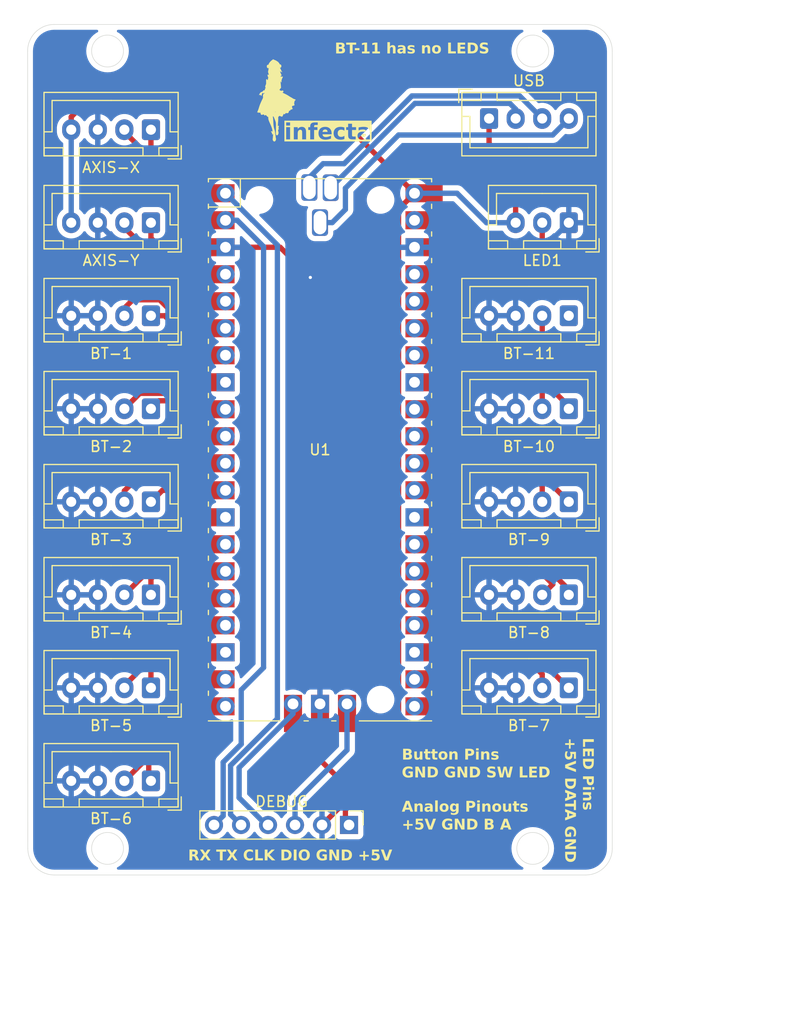
<source format=kicad_pcb>
(kicad_pcb (version 20240108) (generator "pcbnew") (generator_version "8.0")
  (layers (0 "F.Cu" signal) (31 "B.Cu" signal) (34 "B.Paste" user) (35 "F.Paste" user) (36 "B.SilkS" user "B.Silkscreen") (37 "F.SilkS" user "F.Silkscreen") (38 "B.Mask" user) (39 "F.Mask" user) (44 "Edge.Cuts" user))
  (net 0 "")
  (net 1 "BT-1_SW")
  (net 2 "BT-1_LED")
  (net 3 "BT-2_SW")
  (net 4 "BT-2_LED")
  (net 5 "BT-3_LED")
  (net 6 "BT-3_SW")
  (net 7 "BT-4_SW")
  (net 8 "BT-4_LED")
  (net 9 "BT-5_SW")
  (net 10 "BT-5_LED")
  (net 11 "BT-6_LED")
  (net 12 "BT-6_SW")
  (net 13 "+5V")
  (net 14 "BT-7_SW")
  (net 15 "BT-7_LED")
  (net 16 "BT-8_LED")
  (net 17 "BT-8_SW")
  (net 18 "BT-9_LED")
  (net 19 "BT-9_SW")
  (net 20 "BT-10_SW")
  (net 21 "BT-10_LED")
  (net 23 "BT-11_SW")
  (net 25 "AXIS-X_A")
  (net 26 "AXIS-X_B")
  (net 34 "SWDIO")
  (net 35 "AXIS-Y_A")
  (net 36 "SWCLK")
  (net 40 "AXIS-Y_B")
  (net 41 "GND")
  (net 42 "U_GND")
  (net 43 "D+")
  (net 44 "D-")
  (net 45 "LED-WS2812B")
  (footprint "Connector_JST:JST_XH_B4B-XH-A_1x04_P2.50mm_Vertical" (layer "F.Cu") (at 67.5145 78.5023 180)
    (property "Reference" "BT-7")
    (property "Value" "Conn_01x04")
  )
  (footprint "Connector_JST:JST_XH_B4B-XH-A_1x04_P2.50mm_Vertical" (layer "F.Cu") (at 60.0145 24.952)
    (property "Reference" "USB")
    (property "Value" "Conn_01x04")
  )
  (footprint "Connector_JST:JST_XH_B3B-XH-A_1x03_P2.50mm_Vertical" (layer "F.Cu") (at 67.5145 34.75231 180)
    (property "Reference" "LED1")
    (property "Value" "Conn_01x03")
  )
  (footprint "Connector_JST:JST_XH_B4B-XH-A_1x04_P2.50mm_Vertical" (layer "F.Cu") (at 67.5145 61.0023 180)
    (property "Reference" "BT-9")
    (property "Value" "Conn_01x04")
  )
  (footprint "Connector_PinHeader_2.54mm:PinHeader_1x06_P2.54mm_Vertical" (layer "F.Cu") (at 46.84 91.4 -90)
    (property "Reference" "DEBUG")
    (property "Value" "Conn_01x06")
  )
  (footprint "Connector_JST:JST_XH_B4B-XH-A_1x04_P2.50mm_Vertical" (layer "F.Cu") (at 28.2055 78.50325 180)
    (property "Reference" "BT-5")
    (property "Value" "Conn_01x04")
  )
  (footprint "Connector_JST:JST_XH_B4B-XH-A_1x04_P2.50mm_Vertical" (layer "F.Cu") (at 28.2055 43.50335 180)
    (property "Reference" "BT-1")
    (property "Value" "Conn_01x04")
  )
  (footprint "Connector_JST:JST_XH_B4B-XH-A_1x04_P2.50mm_Vertical" (layer "F.Cu") (at 67.5145 52.2523 180)
    (property "Reference" "BT-10")
    (property "Value" "Conn_01x04")
  )
  (footprint "Connector_JST:JST_XH_B4B-XH-A_1x04_P2.50mm_Vertical" (layer "F.Cu") (at 28.2055 26.0033 180)
    (property "Reference" "AXIS-X")
    (property "Value" "Conn_01x04")
  )
  (footprint "Connector_JST:JST_XH_B4B-XH-A_1x04_P2.50mm_Vertical" (layer "F.Cu") (at 28.2055 69.75325 180)
    (property "Reference" "BT-4")
    (property "Value" "Conn_01x04")
  )
  (footprint "Connector_JST:JST_XH_B4B-XH-A_1x04_P2.50mm_Vertical" (layer "F.Cu") (at 28.2055 87.25335 180)
    (property "Reference" "BT-6")
    (property "Value" "Conn_01x04")
  )
  (footprint "Connector_JST:JST_XH_B4B-XH-A_1x04_P2.50mm_Vertical" (layer "F.Cu") (at 28.2055 34.7533 180)
    (property "Reference" "AXIS-Y")
    (property "Value" "Conn_01x04")
  )
  (footprint "Connector_JST:JST_XH_B4B-XH-A_1x04_P2.50mm_Vertical" (layer "F.Cu") (at 28.2055 52.25312 180)
    (property "Reference" "BT-2")
    (property "Value" "Conn_01x04")
  )
  (footprint "RPi_Pico:RPi_Pico_SMD_TH" (layer "F.Cu") (at 44.11 56.11)
    (property "Reference" "U1")
    (property "Value" "Pico")
  )
  (footprint "Connector_JST:JST_XH_B4B-XH-A_1x04_P2.50mm_Vertical" (layer "F.Cu") (at 28.2055 61.00335 180)
    (property "Reference" "BT-3")
    (property "Value" "Conn_01x04")
  )
  (footprint "Connector_JST:JST_XH_B4B-XH-A_1x04_P2.50mm_Vertical" (layer "F.Cu") (at 67.5145 69.7523 180)
    (property "Reference" "BT-8")
    (property "Value" "Conn_01x04")
  )
  (footprint "Connector_JST:JST_XH_B4B-XH-A_1x04_P2.50mm_Vertical" (layer "F.Cu") (at 67.5145 43.5023 180)
    (property "Reference" "BT-11")
    (property "Value" "Conn_01x04")
  )
  (gr_poly (pts (xy 39.69102 19.36764) (xy 39.691914 19.367812) (xy 39.692865 19.368115) (xy 39.693879 19.368548) (xy 39.694959 19.369109) (xy 39.69611 19.369798) (xy 39.697337 19.370613) (xy 39.700036 19.372621) (xy 39.703092 19.375125) (xy 39.706539 19.378118) (xy 39.710414 19.381592) (xy 39.713361 19.383961) (xy 39.717312 19.386664) (xy 39.722201 19.389671) (xy 39.727962 19.392951) (xy 39.734526 19.396471) (xy 39.741828 19.400201) (xy 39.758378 19.408169) (xy 39.777076 19.416604) (xy 39.797389 19.425257) (xy 39.818782 19.433882) (xy 39.840721 19.442228) (xy 39.879867 19.457342) (xy 39.916592 19.472948) (xy 39.95109 19.489151) (xy 39.967565 19.49751) (xy 39.983555 19.506059) (xy 39.999086 19.51481) (xy 40.014181 19.523777) (xy 40.028865 19.532973) (xy 40.043161 19.542412) (xy 40.057094 19.552106) (xy 40.070688 19.562069) (xy 40.083968 19.572315) (xy 40.096958 19.582857) (xy 40.101369 19.586407) (xy 40.105754 19.589694) (xy 40.1101 19.592714) (xy 40.1144 19.595465) (xy 40.118644 19.597942) (xy 40.122822 19.600142) (xy 40.126924 19.602062) (xy 40.130942 19.603697) (xy 40.134865 19.605044) (xy 40.138684 19.6061) (xy 40.14239 19.606862) (xy 40.145973 19.607324) (xy 40.149423 19.607485) (xy 40.152732 19.60734) (xy 40.155889 19.606886) (xy 40.158885 19.606119) (xy 40.162507 19.605053) (xy 40.164183 19.604631) (xy 40.165771 19.604285) (xy 40.167274 19.60402) (xy 40.168694 19.603837) (xy 40.170033 19.603739) (xy 40.171293 19.603729) (xy 40.172477 19.60381) (xy 40.173585 19.603983) (xy 40.174622 19.604253) (xy 40.175588 19.604621) (xy 40.176487 19.60509) (xy 40.177319 19.605663) (xy 40.178087 19.606343) (xy 40.178794 19.607132) (xy 40.179442 19.608033) (xy 40.180032 19.609048) (xy 40.180567 19.61018) (xy 40.181049 19.611433) (xy 40.18148 19.612808) (xy 40.181862 19.614308) (xy 40.182197 19.615936) (xy 40.182489 19.617695) (xy 40.182738 19.619587) (xy 40.182946 19.621614) (xy 40.183252 19.626088) (xy 40.183423 19.631138) (xy 40.183476 19.636785) (xy 40.183565 19.641478) (xy 40.183832 19.645914) (xy 40.184277 19.650093) (xy 40.1849 19.654016) (xy 40.185703 19.657684) (xy 40.186683 19.661096) (xy 40.187843 19.664252) (xy 40.189181 19.667154) (xy 40.190699 19.669802) (xy 40.192396 19.672195) (xy 40.194272 19.674335) (xy 40.196328 19.676221) (xy 40.198564 19.677854) (xy 40.20098 19.679234) (xy 40.203576 19.680362) (xy 40.206352 19.681238) (xy 40.20917 19.682207) (xy 40.212206 19.683684) (xy 40.215441 19.68564) (xy 40.218855 19.688048) (xy 40.222428 19.690878) (xy 40.22614 19.694104) (xy 40.233906 19.701629) (xy 40.241993 19.7104) (xy 40.250247 19.720192) (xy 40.258509 19.730783) (xy 40.266622 19.741948) (xy 40.274431 19.753463) (xy 40.281776 19.765106) (xy 40.288502 19.776651) (xy 40.294451 19.787876) (xy 40.299467 19.798557) (xy 40.303391 19.80847) (xy 40.304896 19.813069) (xy 40.306068 19.817392) (xy 40.30689 19.82141) (xy 40.30734 19.825098) (xy 40.307523 19.827188) (xy 40.30776 19.829184) (xy 40.308054 19.831088) (xy 40.30841 19.832902) (xy 40.308832 19.83463) (xy 40.309324 19.836274) (xy 40.309891 19.837835) (xy 40.310537 19.839318) (xy 40.311265 19.840725) (xy 40.312081 19.842057) (xy 40.312987 19.843319) (xy 40.313989 19.844511) (xy 40.315091 19.845638) (xy 40.316296 19.846701) (xy 40.31761 19.847703) (xy 40.319036 19.848647) (xy 40.320578 19.849535) (xy 40.32224 19.85037) (xy 40.324028 19.851154) (xy 40.325944 19.851891) (xy 40.327993 19.852582) (xy 40.33018 19.85323) (xy 40.332509 19.853838) (xy 40.334983 19.854409) (xy 40.337606 19.854945) (xy 40.340384 19.855448) (xy 40.346419 19.856367) (xy 40.353121 19.857188) (xy 40.360523 19.857931) (xy 40.366645 19.858599) (xy 40.372589 19.859466) (xy 40.378347 19.86053) (xy 40.383914 19.861787) (xy 40.389285 19.863234) (xy 40.394452 19.86487) (xy 40.39941 19.866691) (xy 40.404153 19.868694) (xy 40.408676 19.870878) (xy 40.412971 19.873239) (xy 40.417034 19.875774) (xy 40.420857 19.878481) (xy 40.424436 19.881357) (xy 40.427764 19.884399) (xy 40.430835 19.887605) (xy 40.433643 19.890972) (xy 40.438855 19.898382) (xy 40.444001 19.907014) (xy 40.449026 19.916667) (xy 40.45387 19.927137) (xy 40.458476 19.938223) (xy 40.462787 19.949723) (xy 40.466746 19.961435) (xy 40.470294 19.973157) (xy 40.473374 19.984687) (xy 40.475928 19.995823) (xy 40.477899 20.006364) (xy 40.47923 20.016106) (xy 40.479862 20.024849) (xy 40.479739 20.03239) (xy 40.478802 20.038527) (xy 40.478011 20.041006) (xy 40.476995 20.043058) (xy 40.476043 20.044735) (xy 40.475081 20.046696) (xy 40.474117 20.048915) (xy 40.473156 20.051369) (xy 40.472205 20.054033) (xy 40.471271 20.056884) (xy 40.47036 20.059896) (xy 40.469478 20.063046) (xy 40.468633 20.066309) (xy 40.46783 20.069662) (xy 40.467076 20.07308) (xy 40.466378 20.076538) (xy 40.465743 20.080014) (xy 40.465176 20.083482) (xy 40.464685 20.086918) (xy 40.464275 20.090298) (xy 40.46365 20.094849) (xy 40.462784 20.099371) (xy 40.461685 20.103855) (xy 40.460364 20.108292) (xy 40.45883 20.112673) (xy 40.457093 20.116989) (xy 40.455162 20.12123) (xy 40.453047 20.125389) (xy 40.450757 20.129455) (xy 40.448302 20.13342) (xy 40.442937 20.14101) (xy 40.437027 20.148088) (xy 40.43065 20.154581) (xy 40.42731 20.157585) (xy 40.423883 20.160416) (xy 40.420376 20.163065) (xy 40.416801 20.165523) (xy 40.413167 20.16778) (xy 40.409483 20.169828) (xy 40.405759 20.171658) (xy 40.402005 20.17326) (xy 40.398229 20.174627) (xy 40.394443 20.175747) (xy 40.390655 20.176614) (xy 40.386875 20.177217) (xy 40.383113 20.177548) (xy 40.379378 20.177597) (xy 40.37568 20.177356) (xy 40.372028 20.176816) (xy 40.368501 20.176195) (xy 40.365187 20.17572) (xy 40.362084 20.17539) (xy 40.359194 20.175202) (xy 40.356516 20.175154) (xy 40.354051 20.175244) (xy 40.351799 20.17547) (xy 40.349761 20.175829) (xy 40.347937 20.17632) (xy 40.346327 20.176941) (xy 40.344931 20.177689) (xy 40.34375 20.178562) (xy 40.342784 20.179559) (xy 40.342034 20.180677) (xy 40.341499 20.181913) (xy 40.341181 20.183267) (xy 40.341079 20.184735) (xy 40.341193 20.186316) (xy 40.341524 20.188007) (xy 40.342073 20.189807) (xy 40.342839 20.191714) (xy 40.343823 20.193724) (xy 40.345026 20.195837) (xy 40.346446 20.19805) (xy 40.348086 20.200361) (xy 40.349945 20.202767) (xy 40.352023 20.205268) (xy 40.354321 20.20786) (xy 40.356839 20.210541) (xy 40.359578 20.21331) (xy 40.362537 20.216164) (xy 40.365718 20.219102) (xy 40.368489 20.22186) (xy 40.371459 20.225286) (xy 40.374602 20.22933) (xy 40.37789 20.233943) (xy 40.381297 20.239075) (xy 40.384794 20.244677) (xy 40.388355 20.250699) (xy 40.391952 20.257092) (xy 40.395559 20.263806) (xy 40.399148 20.270792) (xy 40.402691 20.278) (xy 40.406163 20.285381) (xy 40.409536 20.292885) (xy 40.412782 20.300463) (xy 40.415874 20.308065) (xy 40.418785 20.315642) (xy 40.436096 20.35994) (xy 40.454321 20.402722) (xy 40.47275 20.442636) (xy 40.490669 20.478327) (xy 40.507367 20.508443) (xy 40.515035 20.520987) (xy 40.522132 20.531629) (xy 40.528567 20.540201) (xy 40.534252 20.546534) (xy 40.539098 20.550457) (xy 40.541179 20.551463) (xy 40.543016 20.551803) (xy 40.544796 20.55188) (xy 40.546619 20.552107) (xy 40.548473 20.552476) (xy 40.550344 20.552979) (xy 40.552219 20.553609) (xy 40.554084 20.554359) (xy 40.555926 20.555219) (xy 40.557731 20.556184) (xy 40.559486 20.557245) (xy 40.561177 20.558394) (xy 40.562792 20.559624) (xy 40.564316 20.560928) (xy 40.565736 20.562298) (xy 40.567039 20.563725) (xy 40.568211 20.565203) (xy 40.569239 20.566723) (xy 40.569796 20.567671) (xy 40.570268 20.568572) (xy 40.570654 20.569427) (xy 40.570955 20.570237) (xy 40.571169 20.571001) (xy 40.571297 20.57172) (xy 40.571338 20.572394) (xy 40.571292 20.573022) (xy 40.571158 20.573606) (xy 40.570936 20.574144) (xy 40.570625 20.574638) (xy 40.570226 20.575087) (xy 40.569737 20.575491) (xy 40.569159 20.575852) (xy 40.568491 20.576167) (xy 40.567732 20.576439) (xy 40.566883 20.576666) (xy 40.565942 20.57685) (xy 40.56491 20.57699) (xy 40.563786 20.577086) (xy 40.56257 20.577138) (xy 40.561261 20.577147) (xy 40.559859 20.577113) (xy 40.558364 20.577035) (xy 40.556775 20.576914) (xy 40.555091 20.576751) (xy 40.553313 20.576544) (xy 40.551441 20.576295) (xy 40.549472 20.576003) (xy 40.547408 20.575669) (xy 40.542991 20.574873) (xy 40.537903 20.573978) (xy 40.53323 20.573332) (xy 40.528943 20.572947) (xy 40.525017 20.572836) (xy 40.523181 20.572888) (xy 40.521425 20.573014) (xy 40.519745 20.573215) (xy 40.518138 20.573493) (xy 40.516602 20.57385) (xy 40.515132 20.574287) (xy 40.513725 20.574806) (xy 40.512378 20.575409) (xy 40.511088 20.576097) (xy 40.509851 20.576872) (xy 40.508663 20.577736) (xy 40.507522 20.57869) (xy 40.506424 20.579737) (xy 40.505366 20.580876) (xy 40.504344 20.582111) (xy 40.503355 20.583444) (xy 40.502395 20.584874) (xy 40.501462 20.586405) (xy 40.499661 20.589775) (xy 40.497925 20.593566) (xy 40.496227 20.597792) (xy 40.495012 20.600858) (xy 40.493701 20.603918) (xy 40.492307 20.606954) (xy 40.490841 20.609945) (xy 40.489317 20.612872) (xy 40.487746 20.615716) (xy 40.48614 20.618459) (xy 40.484513 20.62108) (xy 40.482876 20.62356) (xy 40.481242 20.625881) (xy 40.479623 20.628022) (xy 40.478032 20.629965) (xy 40.476481 20.63169) (xy 40.474983 20.633178) (xy 40.473549 20.63441) (xy 40.472192 20.635366) (xy 40.471543 20.635728) (xy 40.470942 20.635983) (xy 40.470389 20.636134) (xy 40.469885 20.63618) (xy 40.469428 20.636126) (xy 40.469018 20.635972) (xy 40.468656 20.63572) (xy 40.468342 20.635372) (xy 40.468075 20.63493) (xy 40.467854 20.634396) (xy 40.467681 20.633771) (xy 40.467555 20.633057) (xy 40.467475 20.632257) (xy 40.467442 20.631372) (xy 40.467455 20.630403) (xy 40.467514 20.629353) (xy 40.46762 20.628224) (xy 40.467772 20.627017) (xy 40.467969 20.625734) (xy 40.468212 20.624377) (xy 40.4685 20.622948) (xy 40.468834 20.621449) (xy 40.469638 20.618246) (xy 40.470622 20.614784) (xy 40.471784 20.611077) (xy 40.473125 20.607139) (xy 40.474642 20.602986) (xy 40.476956 20.596713) (xy 40.47892 20.591036) (xy 40.480525 20.5859) (xy 40.481762 20.581253) (xy 40.482621 20.577042) (xy 40.482906 20.575082) (xy 40.483093 20.573212) (xy 40.483182 20.571424) (xy 40.48317 20.569712) (xy 40.483057 20.568068) (xy 40.482841 20.566487) (xy 40.482522 20.564961) (xy 40.482098 20.563485) (xy 40.481569 20.56205) (xy 40.480932 20.560652) (xy 40.480187 20.559282) (xy 40.479333 20.557935) (xy 40.478368 20.556603) (xy 40.477292 20.55528) (xy 40.4748 20.552636) (xy 40.471847 20.549947) (xy 40.468425 20.547162) (xy 40.464524 20.544227) (xy 40.457925 20.539487) (xy 40.452024 20.535501) (xy 40.449313 20.533807) (xy 40.446748 20.532321) (xy 40.44432 20.531049) (xy 40.442019 20.529998) (xy 40.439836 20.529174) (xy 40.437762 20.528583) (xy 40.435787 20.528233) (xy 40.433902 20.528128) (xy 40.432097 20.528277) (xy 40.430362 20.528684) (xy 40.428689 20.529358) (xy 40.427068 20.530303) (xy 40.425488 20.531526) (xy 40.423942 20.533035) (xy 40.422419 20.534834) (xy 40.42091 20.536932) (xy 40.419405 20.539333) (xy 40.417895 20.542045) (xy 40.41637 20.545074) (xy 40.414822 20.548426) (xy 40.41324 20.552107) (xy 40.411615 20.556125) (xy 40.408199 20.565195) (xy 40.404497 20.575687) (xy 40.400434 20.587652) (xy 40.393913 20.607424) (xy 40.391376 20.615595) (xy 40.38933 20.622758) (xy 40.387782 20.629018) (xy 40.386737 20.634475) (xy 40.386203 20.639232) (xy 40.386129 20.641381) (xy 40.386185 20.643393) (xy 40.386372 20.645281) (xy 40.38669 20.647058) (xy 40.387141 20.648737) (xy 40.387724 20.650331) (xy 40.388442 20.651853) (xy 40.389294 20.653315) (xy 40.390282 20.654729) (xy 40.391407 20.65611) (xy 40.394067 20.658821) (xy 40.397283 20.661549) (xy 40.401059 20.664397) (xy 40.405403 20.667467) (xy 40.406724 20.668426) (xy 40.408027 20.669454) (xy 40.410578 20.671707) (xy 40.413041 20.674201) (xy 40.415405 20.67691) (xy 40.417656 20.67981) (xy 40.41978 20.682875) (xy 40.421764 20.686079) (xy 40.423596 20.689397) (xy 40.425262 20.692804) (xy 40.426748 20.696275) (xy 40.428042 20.699783) (xy 40.429131 20.703303) (xy 40.43 20.706811) (xy 40.430637 20.710281) (xy 40.43103 20.713687) (xy 40.43113 20.715358) (xy 40.431163 20.717004) (xy 40.431535 20.724797) (xy 40.432614 20.733029) (xy 40.434348 20.741598) (xy 40.436684 20.750399) (xy 40.439569 20.759331) (xy 40.442951 20.76829) (xy 40.446777 20.777173) (xy 40.450994 20.785877) (xy 40.455549 20.794299) (xy 40.460389 20.802337) (xy 40.465463 20.809886) (xy 40.470716 20.816845) (xy 40.476097 20.82311) (xy 40.481552 20.828578) (xy 40.487029 20.833146) (xy 40.489759 20.83506) (xy 40.492475 20.836711) (xy 40.495805 20.838634) (xy 40.498713 20.840453) (xy 40.500009 20.841332) (xy 40.501201 20.842196) (xy 40.502289 20.843047) (xy 40.503273 20.84389) (xy 40.504155 20.844727) (xy 40.504934 20.845562) (xy 40.505611 20.846399) (xy 40.506186 20.84724) (xy 40.50666 20.84809) (xy 40.507034 20.848952) (xy 40.507307 20.849828) (xy 40.507481 20.850723) (xy 40.507555 20.85164) (xy 40.50753 20.852582) (xy 40.507408 20.853552) (xy 40.507187 20.854555) (xy 40.506869 20.855594) (xy 40.506454 20.856671) (xy 40.505942 20.857791) (xy 40.505335 20.858956) (xy 40.504632 20.860171) (xy 40.503834 20.861438) (xy 40.502941 20.862761) (xy 40.501954 20.864143) (xy 40.4997 20.8671) (xy 40.497074 20.870336) (xy 40.494444 20.873636) (xy 40.493282 20.875212) (xy 40.492224 20.876746) (xy 40.491272 20.878244) (xy 40.490426 20.879713) (xy 40.48969 20.881158) (xy 40.489063 20.882585) (xy 40.488547 20.884) (xy 40.488144 20.88541) (xy 40.487856 20.88682) (xy 40.487682 20.888235) (xy 40.487626 20.889663) (xy 40.487689 20.891109) (xy 40.487871 20.892578) (xy 40.488174 20.894078) (xy 40.4886 20.895613) (xy 40.489151 20.897191) (xy 40.489826 20.898816) (xy 40.490629 20.900495) (xy 40.491561 20.902233) (xy 40.492622 20.904037) (xy 40.493814 20.905913) (xy 40.495139 20.907867) (xy 40.496598 20.909904) (xy 40.498193 20.912031) (xy 40.501795 20.916576) (xy 40.505956 20.921552) (xy 40.510687 20.927005) (xy 40.541887 20.962476) (xy 40.50211 20.926623) (xy 40.497977 20.922971) (xy 40.493801 20.919421) (xy 40.489611 20.915992) (xy 40.485434 20.912703) (xy 40.481301 20.90957) (xy 40.477238 20.906614) (xy 40.473274 20.903852) (xy 40.469438 20.901303) (xy 40.465758 20.898985) (xy 40.462262 20.896916) (xy 40.458979 20.895115) (xy 40.455937 20.8936) (xy 40.453164 20.89239) (xy 40.450689 20.891503) (xy 40.448541 20.890957) (xy 40.446747 20.890771) (xy 40.445028 20.89087) (xy 40.443409 20.89116) (xy 40.44189 20.89163) (xy 40.440473 20.89227) (xy 40.439157 20.893069) (xy 40.437943 20.894016) (xy 40.436832 20.895102) (xy 40.435825 20.896316) (xy 40.434922 20.897647) (xy 40.434123 20.899084) (xy 40.433429 20.900618) (xy 40.432842 20.902237) (xy 40.43236 20.903931) (xy 40.431986 20.90569) (xy 40.431719 20.907503) (xy 40.43156 20.90936) (xy 40.43151 20.911249) (xy 40.43157 20.913161) (xy 40.431739 20.915085) (xy 40.432018 20.917011) (xy 40.432409 20.918927) (xy 40.432912 20.920824) (xy 40.433526 20.92269) (xy 40.434254 20.924517) (xy 40.435095 20.926292) (xy 40.43605 20.928005) (xy 40.437119 20.929646) (xy 40.438304 20.931205) (xy 40.439605 20.93267) (xy 40.441022 20.934031) (xy 40.442556 20.935279) (xy 40.444207 20.936401) (xy 40.446416 20.937878) (xy 40.448426 20.939447) (xy 40.45024 20.941097) (xy 40.451862 20.942817) (xy 40.453294 20.944596) (xy 40.45454 20.946424) (xy 40.455603 20.94829) (xy 40.456486 20.950183) (xy 40.457193 20.952093) (xy 40.457727 20.954008) (xy 40.458091 20.955918) (xy 40.458289 20.957813) (xy 40.458323 20.959681) (xy 40.458197 20.961512) (xy 40.457914 20.963295) (xy 40.457478 20.965019) (xy 40.456891 20.966673) (xy 40.456157 20.968248) (xy 40.45528 20.969732) (xy 40.454261 20.971114) (xy 40.453106 20.972383) (xy 40.451816 20.97353) (xy 40.450395 20.974543) (xy 40.448847 20.975411) (xy 40.447175 20.976124) (xy 40.445381 20.97667) (xy 40.443469 20.97704) (xy 40.441443 20.977223) (xy 40.439306 20.977207) (xy 40.43706 20.976982) (xy 40.434709 20.976537) (xy 40.432257 20.975862) (xy 40.429741 20.975152) (xy 40.427253 20.974622) (xy 40.4248 20.974265) (xy 40.422389 20.974074) (xy 40.420028 20.974042) (xy 40.417722 20.974163) (xy 40.415479 20.974429) (xy 40.413307 20.974832) (xy 40.411211 20.975367) (xy 40.409199 20.976027) (xy 40.407279 20.976803) (xy 40.405456 20.977689) (xy 40.403739 20.978679) (xy 40.402133 20.979765) (xy 40.400647 20.98094) (xy 40.399286 20.982197) (xy 40.398059 20.98353) (xy 40.396971 20.984931) (xy 40.39603 20.986393) (xy 40.395244 20.987909) (xy 40.394618 20.989472) (xy 40.39416 20.991076) (xy 40.393877 20.992713) (xy 40.393776 20.994376) (xy 40.393864 20.996058) (xy 40.394147 20.997753) (xy 40.394634 20.999453) (xy 40.395331 21.001151) (xy 40.396244 21.002841) (xy 40.397381 21.004514) (xy 40.398749 21.006166) (xy 40.400355 21.007787) (xy 40.401065 21.008311) (xy 40.402031 21.008805) (xy 40.404698 21.009705) (xy 40.408298 21.010488) (xy 40.412774 21.011151) (xy 40.418067 21.011693) (xy 40.424119 21.012115) (xy 40.430873 21.012415) (xy 40.438269 21.012592) (xy 40.446251 21.012645) (xy 40.454759 21.012574) (xy 40.463737 21.012377) (xy 40.473125 21.012053) (xy 40.492902 21.011023) (xy 40.503174 21.010315) (xy 40.513625 21.009477) (xy 40.534253 21.007941) (xy 40.553759 21.006928) (xy 40.571695 21.00643) (xy 40.587616 21.00644) (xy 40.601077 21.006949) (xy 40.611633 21.00795) (xy 40.615682 21.008633) (xy 40.618838 21.009435) (xy 40.621044 21.010357) (xy 40.622246 21.011397) (xy 40.622506 21.012107) (xy 40.622606 21.013127) (xy 40.622345 21.016067) (xy 40.621489 21.020146) (xy 40.620066 21.025297) (xy 40.618103 21.031451) (xy 40.615627 21.038539) (xy 40.612667 21.046491) (xy 40.60925 21.055241) (xy 40.601152 21.074852) (xy 40.591555 21.096824) (xy 40.580676 21.120605) (xy 40.568736 21.145644) (xy 40.557693 21.169171) (xy 40.547392 21.192793) (xy 40.537854 21.216419) (xy 40.529099 21.239956) (xy 40.521149 21.263312) (xy 40.514025 21.286395) (xy 40.507746 21.309112) (xy 40.502335 21.331371) (xy 40.497811 21.35308) (xy 40.494197 21.374146) (xy 40.491512 21.394478) (xy 40.489777 21.413983) (xy 40.489014 21.432569) (xy 40.489243 21.450143) (xy 40.490485 21.466613) (xy 40.492761 21.481887) (xy 40.493387 21.485479) (xy 40.493916 21.489178) (xy 40.494349 21.492955) (xy 40.494686 21.496782) (xy 40.494929 21.500632) (xy 40.495077 21.504476) (xy 40.495131 21.508286) (xy 40.495093 21.512035) (xy 40.494963 21.515694) (xy 40.494741 21.519236) (xy 40.494429 21.522632) (xy 40.494026 21.525855) (xy 40.493535 21.528877) (xy 40.492954 21.531669) (xy 40.492286 21.534203) (xy 40.491531 21.536452) (xy 40.490302 21.539232) (xy 40.488897 21.541656) (xy 40.487326 21.543733) (xy 40.485603 21.545472) (xy 40.483739 21.54688) (xy 40.481747 21.547966) (xy 40.479639 21.548739) (xy 40.477426 21.549207) (xy 40.475122 21.549378) (xy 40.472738 21.54926) (xy 40.470286 21.548862) (xy 40.467778 21.548193) (xy 40.465228 21.54726) (xy 40.462646 21.546072) (xy 40.460045 21.544637) (xy 40.457437 21.542964) (xy 40.454835 21.54106) (xy 40.45225 21.538935) (xy 40.449694 21.536597) (xy 40.447181 21.534054) (xy 40.444721 21.531314) (xy 40.442327 21.528386) (xy 40.440012 21.525278) (xy 40.437786 21.521998) (xy 40.435664 21.518555) (xy 40.433656 21.514957) (xy 40.431774 21.511213) (xy 40.430032 21.50733) (xy 40.428441 21.503318) (xy 40.427013 21.499184) (xy 40.425761 21.494937) (xy 40.424696 21.490586) (xy 40.423426 21.485129) (xy 40.422112 21.480099) (xy 40.420761 21.475491) (xy 40.419381 21.471303) (xy 40.417979 21.467529) (xy 40.416561 21.464166) (xy 40.415134 21.461208) (xy 40.413707 21.458652) (xy 40.412286 21.456494) (xy 40.410878 21.454728) (xy 40.40949 21.453352) (xy 40.408129 21.45236) (xy 40.406803 21.451749) (xy 40.405518 21.451514) (xy 40.404282 21.451651) (xy 40.403102 21.452156) (xy 40.401985 21.453024) (xy 40.400938 21.454252) (xy 40.399968 21.455834) (xy 40.399082 21.457767) (xy 40.398287 21.460047) (xy 40.397591 21.462669) (xy 40.397 21.465629) (xy 40.396523 21.468922) (xy 40.396165 21.472545) (xy 40.395933 21.476493) (xy 40.395836 21.480762) (xy 40.39588 21.485348) (xy 40.396073 21.490247) (xy 40.39642 21.495453) (xy 40.39693 21.500964) (xy 40.39761 21.506774) (xy 40.409404 21.606136) (xy 40.420774 21.715964) (xy 40.430755 21.82631) (xy 40.438382 21.92723) (xy 40.446992 22.057602) (xy 40.396263 22.116271) (xy 40.376434 22.139783) (xy 40.35823 22.162509) (xy 40.341972 22.183977) (xy 40.327981 22.203716) (xy 40.316578 22.221256) (xy 40.311946 22.229053) (xy 40.308083 22.236124) (xy 40.305026 22.242409) (xy 40.302817 22.24785) (xy 40.301496 22.252388) (xy 40.301103 22.255964) (xy 40.301187 22.256536) (xy 40.301402 22.257194) (xy 40.301743 22.257934) (xy 40.302207 22.258754) (xy 40.302791 22.259651) (xy 40.303492 22.260622) (xy 40.305231 22.262772) (xy 40.307398 22.265181) (xy 40.309967 22.267826) (xy 40.312913 22.270683) (xy 40.316209 22.273729) (xy 40.319829 22.27694) (xy 40.323748 22.280292) (xy 40.327939 22.283762) (xy 40.332377 22.287327) (xy 40.337036 22.290962) (xy 40.34189 22.294644) (xy 40.346912 22.298349) (xy 40.352077 22.302054) (xy 40.3596 22.307252) (xy 40.366795 22.311949) (xy 40.373741 22.316168) (xy 40.380519 22.319932) (xy 40.387209 22.323264) (xy 40.39389 22.326186) (xy 40.400644 22.328721) (xy 40.407549 22.330893) (xy 40.414687 22.332724) (xy 40.422137 22.334236) (xy 40.42998 22.335453) (xy 40.438295 22.336398) (xy 40.447164 22.337093) (xy 40.456665 22.337561) (xy 40.466879 22.337825) (xy 40.477886 22.337908) (xy 40.486862 22.337827) (xy 40.495484 22.337586) (xy 40.503742 22.337185) (xy 40.511631 22.336627) (xy 40.519142 22.335913) (xy 40.52627 22.335044) (xy 40.533005 22.334021) (xy 40.539343 22.332847) (xy 40.545274 22.331522) (xy 40.550793 22.330047) (xy 40.555891 22.328426) (xy 40.560563 22.326657) (xy 40.564799 22.324744) (xy 40.568594 22.322688) (xy 40.571941 22.32049) (xy 40.574831 22.318151) (xy 40.578354 22.31504) (xy 40.581606 22.312369) (xy 40.583148 22.3112) (xy 40.584643 22.310143) (xy 40.5861 22.3092) (xy 40.587524 22.308371) (xy 40.588923 22.307656) (xy 40.590303 22.307058) (xy 40.591673 22.306576) (xy 40.593038 22.306211) (xy 40.594407 22.305965) (xy 40.595785 22.305839) (xy 40.597181 22.305832) (xy 40.598601 22.305946) (xy 40.600053 22.306182) (xy 40.601542 22.306541) (xy 40.603077 22.307024) (xy 40.604665 22.30763) (xy 40.606312 22.308362) (xy 40.608026 22.309221) (xy 40.609814 22.310206) (xy 40.611683 22.311319) (xy 40.613639 22.312561) (xy 40.61569 22.313932) (xy 40.620106 22.317067) (xy 40.624987 22.320731) (xy 40.630388 22.32493) (xy 40.634276 22.32814) (xy 40.637954 22.331485) (xy 40.641417 22.334955) (xy 40.644661 22.338541) (xy 40.647679 22.342233) (xy 40.650466 22.346021) (xy 40.653018 22.349896) (xy 40.655328 22.353848) (xy 40.657392 22.357866) (xy 40.659203 22.361942) (xy 40.660757 22.366066) (xy 40.662049 22.370227) (xy 40.663073 22.374417) (xy 40.663823 22.378624) (xy 40.664294 22.382841) (xy 40.664482 22.387056) (xy 40.664632 22.39474) (xy 40.66492 22.402937) (xy 40.665331 22.411394) (xy 40.665846 22.419858) (xy 40.66645 22.428077) (xy 40.667125 22.435797) (xy 40.667854 22.442765) (xy 40.668621 22.448729) (xy 40.669084 22.452498) (xy 40.669229 22.454241) (xy 40.669313 22.455892) (xy 40.669333 22.457452) (xy 40.669287 22.458925) (xy 40.669171 22.460311) (xy 40.668985 22.461613) (xy 40.668725 22.462832) (xy 40.668388 22.46397) (xy 40.667972 22.465029) (xy 40.667475 22.466012) (xy 40.666895 22.466919) (xy 40.666227 22.467753) (xy 40.665471 22.468515) (xy 40.664623 22.469208) (xy 40.663681 22.469833) (xy 40.662642 22.470392) (xy 40.661504 22.470888) (xy 40.660265 22.471321) (xy 40.658921 22.471694) (xy 40.65747 22.472008) (xy 40.655911 22.472266) (xy 40.654239 22.472469) (xy 40.652454 22.47262) (xy 40.650551 22.472719) (xy 40.646385 22.472772) (xy 40.641722 22.472645) (xy 40.63654 22.47235) (xy 40.631294 22.472056) (xy 40.626562 22.471944) (xy 40.622318 22.472032) (xy 40.61854 22.472338) (xy 40.616817 22.472579) (xy 40.615202 22.472881) (xy 40.613691 22.473247) (xy 40.612281 22.47368) (xy 40.610969 22.474181) (xy 40.609753 22.474752) (xy 40.608628 22.475397) (xy 40.607593 22.476116) (xy 40.606644 22.476914) (xy 40.605777 22.477791) (xy 40.604991 22.478751) (xy 40.604282 22.479795) (xy 40.603647 22.480926) (xy 40.603083 22.482146) (xy 40.602588 22.483457) (xy 40.602157 22.484863) (xy 40.601788 22.486364) (xy 40.601478 22.487963) (xy 40.601023 22.491466) (xy 40.600767 22.49539) (xy 40.600688 22.499753) (xy 40.600739 22.502012) (xy 40.6009 22.504211) (xy 40.601176 22.506357) (xy 40.601577 22.508455) (xy 40.60211 22.510511) (xy 40.602783 22.512533) (xy 40.603604 22.514525) (xy 40.604581 22.516493) (xy 40.605722 22.518445) (xy 40.607034 22.520385) (xy 40.608525 22.52232) (xy 40.610203 22.524256) (xy 40.612077 22.526199) (xy 40.614154 22.528156) (xy 40.616441 22.530131) (xy 40.618947 22.532132) (xy 40.62168 22.534163) (xy 40.624647 22.536233) (xy 40.627856 22.538345) (xy 40.631316 22.540507) (xy 40.635034 22.542724) (xy 40.639017 22.545003) (xy 40.647814 22.549769) (xy 40.657768 22.554854) (xy 40.668943 22.560307) (xy 40.681402 22.566175) (xy 40.695208 22.572507) (xy 40.770075 22.607068) (xy 40.840039 22.640601) (xy 40.905496 22.673319) (xy 40.96684 22.705432) (xy 41.024466 22.737153) (xy 41.078768 22.768693) (xy 41.130142 22.800264) (xy 41.178981 22.832077) (xy 41.207678 22.851011) (xy 41.238154 22.870539) (xy 41.269476 22.890101) (xy 41.300714 22.909137) (xy 41.330935 22.927086) (xy 41.359207 22.943386) (xy 41.384598 22.957478) (xy 41.406178 22.968801) (xy 41.425769 22.978977) (xy 41.445465 22.989783) (xy 41.464733 23.000889) (xy 41.48304 23.011964) (xy 41.499855 23.022679) (xy 41.514644 23.032702) (xy 41.526874 23.041704) (xy 41.531864 23.045718) (xy 41.536014 23.049353) (xy 41.540324 23.052968) (xy 41.54576 23.056901) (xy 41.552241 23.061114) (xy 41.559686 23.06557) (xy 41.568017 23.070231) (xy 41.577151 23.075058) (xy 41.58701 23.080015) (xy 41.597513 23.085063) (xy 41.608579 23.090165) (xy 41.620129 23.095283) (xy 41.644357 23.105415) (xy 41.656875 23.110354) (xy 41.669556 23.115158) (xy 41.682318 23.119788) (xy 41.695082 23.124208) (xy 41.719905 23.132862) (xy 41.743243 23.141517) (xy 41.764573 23.149943) (xy 41.783372 23.157908) (xy 41.799114 23.165182) (xy 41.811278 23.171534) (xy 41.815853 23.174292) (xy 41.819338 23.176732) (xy 41.821666 23.178826) (xy 41.822771 23.180545) (xy 41.823022 23.182257) (xy 41.822839 23.184325) (xy 41.822244 23.186725) (xy 41.821256 23.189435) (xy 41.819897 23.192432) (xy 41.818187 23.195693) (xy 41.813793 23.202918) (xy 41.808238 23.210926) (xy 41.801685 23.219536) (xy 41.794297 23.228566) (xy 41.786237 23.237832) (xy 41.777668 23.247154) (xy 41.768752 23.256349) (xy 41.759654 23.265234) (xy 41.750535 23.273627) (xy 41.741559 23.281347) (xy 41.732889 23.28821) (xy 41.724688 23.294036) (xy 41.717119 23.298641) (xy 41.713211 23.300846) (xy 41.711444 23.301911) (xy 41.709801 23.302962) (xy 41.708281 23.304008) (xy 41.706882 23.305055) (xy 41.705605 23.306114) (xy 41.704448 23.307192) (xy 41.703409 23.308298) (xy 41.70249 23.309439) (xy 41.701687 23.310625) (xy 41.701001 23.311862) (xy 41.70043 23.313161) (xy 41.699974 23.314529) (xy 41.699631 23.315974) (xy 41.699402 23.317504) (xy 41.699284 23.319129) (xy 41.699277 23.320856) (xy 41.699379 23.322693) (xy 41.699591 23.32465) (xy 41.699912 23.326733) (xy 41.700339 23.328953) (xy 41.700873 23.331315) (xy 41.701512 23.33383) (xy 41.702255 23.336506) (xy 41.703102 23.33935) (xy 41.705104 23.345578) (xy 41.707508 23.35258) (xy 41.710309 23.360424) (xy 41.7132 23.368513) (xy 41.715672 23.375715) (xy 41.717709 23.382117) (xy 41.719296 23.387804) (xy 41.720417 23.392863) (xy 41.720799 23.395183) (xy 41.721058 23.397379) (xy 41.721193 23.399461) (xy 41.721203 23.40144) (xy 41.721085 23.403326) (xy 41.720836 23.40513) (xy 41.720457 23.406863) (xy 41.719944 23.408536) (xy 41.719295 23.41016) (xy 41.718509 23.411745) (xy 41.717583 23.413302) (xy 41.716517 23.414842) (xy 41.715307 23.416376) (xy 41.713953 23.417914) (xy 41.710801 23.421047) (xy 41.707046 23.424326) (xy 41.702673 23.427838) (xy 41.697667 23.43167) (xy 41.692853 23.435381) (xy 41.688622 23.438854) (xy 41.686719 23.440526) (xy 41.684954 23.442168) (xy 41.683327 23.443788) (xy 41.681833 23.445398) (xy 41.680472 23.447006) (xy 41.679241 23.448622) (xy 41.678137 23.450256) (xy 41.677159 23.451916) (xy 41.676304 23.453614) (xy 41.67557 23.455359) (xy 41.674954 23.457159) (xy 41.674456 23.459025) (xy 41.674071 23.460967) (xy 41.673799 23.462993) (xy 41.673636 23.465114) (xy 41.673581 23.467339) (xy 41.673631 23.469678) (xy 41.673784 23.472141) (xy 41.674039 23.474737) (xy 41.674392 23.477475) (xy 41.674841 23.480365) (xy 41.675385 23.483418) (xy 41.676745 23.490047) (xy 41.678456 23.497439) (xy 41.680499 23.50567) (xy 41.683291 23.517499) (xy 41.686235 23.531501) (xy 41.689245 23.547159) (xy 41.69223 23.563954) (xy 41.695103 23.581368) (xy 41.697775 23.598881) (xy 41.700157 23.615975) (xy 41.702161 23.632131) (xy 41.710811 23.707355) (xy 41.667469 23.724994) (xy 41.657373 23.728862) (xy 41.645268 23.733097) (xy 41.631611 23.737564) (xy 41.616859 23.742123) (xy 41.60147 23.746638) (xy 41.585899 23.750971) (xy 41.570605 23.754985) (xy 41.556044 23.758541) (xy 41.534935 23.763687) (xy 41.526188 23.766072) (xy 41.518529 23.768426) (xy 41.51187 23.77082) (xy 41.506122 23.773323) (xy 41.503563 23.774638) (xy 41.501198 23.776006) (xy 41.499018 23.777438) (xy 41.49701 23.778941) (xy 41.495165 23.780524) (xy 41.49347 23.782196) (xy 41.491915 23.783967) (xy 41.49049 23.785844) (xy 41.489182 23.787837) (xy 41.487981 23.789954) (xy 41.485856 23.794597) (xy 41.484026 23.799843) (xy 41.482405 23.805763) (xy 41.480902 23.812427) (xy 41.479432 23.819907) (xy 41.478633 23.824684) (xy 41.477997 23.829616) (xy 41.477521 23.834664) (xy 41.477202 23.83979) (xy 41.477037 23.844957) (xy 41.477025 23.850126) (xy 41.477162 23.855261) (xy 41.477445 23.860323) (xy 41.477871 23.865274) (xy 41.478439 23.870077) (xy 41.479145 23.874694) (xy 41.479986 23.879086) (xy 41.48096 23.883217) (xy 41.482064 23.887047) (xy 41.483296 23.890541) (xy 41.484652 23.893659) (xy 41.486096 23.896806) (xy 41.487586 23.900388) (xy 41.490659 23.908687) (xy 41.493778 23.918231) (xy 41.496853 23.928694) (xy 41.499793 23.939748) (xy 41.502506 23.951068) (xy 41.5049 23.962327) (xy 41.506886 23.9732) (xy 41.507928 23.97916) (xy 41.508996 23.984628) (xy 41.510088 23.9896) (xy 41.511204 23.994073) (xy 41.512341 23.998043) (xy 41.513497 24.001508) (xy 41.514671 24.004464) (xy 41.515861 24.006908) (xy 41.517066 24.008838) (xy 41.518283 24.010249) (xy 41.518896 24.010759) (xy 41.519511 24.011139) (xy 41.520128 24.011388) (xy 41.520748 24.011505) (xy 41.521369 24.01149) (xy 41.521992 24.011343) (xy 41.522617 24.011063) (xy 41.523242 24.01065) (xy 41.523869 24.010104) (xy 41.524496 24.009424) (xy 41.525752 24.00766) (xy 41.526459 24.006539) (xy 41.527153 24.005486) (xy 41.527834 24.004503) (xy 41.528504 24.00359) (xy 41.529162 24.002745) (xy 41.52981 24.00197) (xy 41.530448 24.001264) (xy 41.531077 24.000627) (xy 41.531698 24.000059) (xy 41.532311 23.999559) (xy 41.532918 23.999129) (xy 41.533518 23.998767) (xy 41.534114 23.998474) (xy 41.534704 23.99825) (xy 41.535291 23.998094) (xy 41.535875 23.998007) (xy 41.536456 23.997988) (xy 41.537036 23.998037) (xy 41.537615 23.998155) (xy 41.538194 23.998341) (xy 41.538773 23.998595) (xy 41.539354 23.998917) (xy 41.539937 23.999307) (xy 41.540522 23.999766) (xy 41.541111 24.000292) (xy 41.541705 24.000886) (xy 41.542303 24.001548) (xy 41.542907 24.002277) (xy 41.543518 24.003074) (xy 41.544136 24.003939) (xy 41.544762 24.004871) (xy 41.545396 24.00587) (xy 41.545849 24.006667) (xy 41.54625 24.007508) (xy 41.546601 24.008391) (xy 41.546902 24.009313) (xy 41.547153 24.010274) (xy 41.547356 24.011269) (xy 41.54751 24.012297) (xy 41.547616 24.013356) (xy 41.547688 24.015556) (xy 41.547575 24.01785) (xy 41.547281 24.02022) (xy 41.546812 24.022648) (xy 41.546171 24.025115) (xy 41.545362 24.027602) (xy 41.544391 24.030091) (xy 41.543262 24.032564) (xy 41.541978 24.035002) (xy 41.540545 24.037386) (xy 41.538966 24.039699) (xy 41.537247 24.041921) (xy 41.532272 24.047155) (xy 41.525873 24.052641) (xy 41.518228 24.058299) (xy 41.509515 24.064047) (xy 41.49991 24.069806) (xy 41.489592 24.075494) (xy 41.478737 24.081031) (xy 41.467523 24.086335) (xy 41.456129 24.091326) (xy 41.44473 24.095922) (xy 41.433505 24.100044) (xy 41.422631 24.103611) (xy 41.412285 24.106541) (xy 41.402645 24.108754) (xy 41.393889 24.110168) (xy 41.386194 24.110704) (xy 41.383206 24.110808) (xy 41.380302 24.11104) (xy 41.377496 24.111394) (xy 41.374804 24.111863) (xy 41.372242 24.11244) (xy 41.369823 24.113119) (xy 41.367563 24.113892) (xy 41.365477 24.114754) (xy 41.36358 24.115698) (xy 41.361888 24.116716) (xy 41.360414 24.117802) (xy 41.359175 24.11895) (xy 41.358184 24.120153) (xy 41.357788 24.120773) (xy 41.357459 24.121404) (xy 41.357199 24.122046) (xy 41.357012 24.122696) (xy 41.356898 24.123356) (xy 41.35686 24.124024) (xy 41.356838 24.124692) (xy 41.356772 24.125352) (xy 41.356665 24.126002) (xy 41.356516 24.126643) (xy 41.356326 24.127272) (xy 41.356098 24.12789) (xy 41.355832 24.128495) (xy 41.355529 24.129086) (xy 41.35519 24.129664) (xy 41.354817 24.130226) (xy 41.354409 24.130772) (xy 41.35397 24.131301) (xy 41.353498 24.131813) (xy 41.352996 24.132306) (xy 41.352465 24.13278) (xy 41.351906 24.133233) (xy 41.35132 24.133666) (xy 41.350707 24.134077) (xy 41.35007 24.134465) (xy 41.349408 24.134829) (xy 41.348724 24.13517) (xy 41.348018 24.135485) (xy 41.347291 24.135774) (xy 41.346545 24.136036) (xy 41.34578 24.13627) (xy 41.344998 24.136476) (xy 41.3442 24.136653) (xy 41.343386 24.136799) (xy 41.342558 24.136914) (xy 41.341717 24.136998) (xy 41.340864 24.137048) (xy 41.34 24.137065) (xy 41.339119 24.137121) (xy 41.338218 24.137285) (xy 41.337297 24.137556) (xy 41.336359 24.13793) (xy 41.335406 24.138405) (xy 41.334438 24.138979) (xy 41.333459 24.139647) (xy 41.33247 24.140409) (xy 41.331473 24.14126) (xy 41.33047 24.142199) (xy 41.329463 24.143222) (xy 41.328454 24.144327) (xy 41.327443 24.145512) (xy 41.326435 24.146772) (xy 41.325429 24.148107) (xy 41.324429 24.149512) (xy 41.322452 24.152525) (xy 41.320518 24.155789) (xy 41.318642 24.159283) (xy 41.31684 24.162985) (xy 41.315126 24.166872) (xy 41.313516 24.170925) (xy 41.312024 24.17512) (xy 41.310665 24.179436) (xy 41.308576 24.186344) (xy 41.306576 24.19245) (xy 41.304597 24.197799) (xy 41.303595 24.200202) (xy 41.302571 24.202432) (xy 41.301519 24.204495) (xy 41.30043 24.206394) (xy 41.299294 24.208137) (xy 41.298104 24.209728) (xy 41.29685 24.211173) (xy 41.295525 24.212477) (xy 41.29412 24.213646) (xy 41.292626 24.214685) (xy 41.291035 24.215599) (xy 41.289338 24.216393) (xy 41.287526 24.217074) (xy 41.285592 24.217647) (xy 41.283526 24.218117) (xy 41.28132 24.218489) (xy 41.278966 24.218768) (xy 41.276454 24.218961) (xy 41.270925 24.219109) (xy 41.264665 24.218974) (xy 41.257606 24.218601) (xy 41.249679 24.218032) (xy 41.241916 24.217477) (xy 41.234989 24.217111) (xy 41.22884 24.216967) (xy 41.223411 24.217079) (xy 41.218642 24.21748) (xy 41.216487 24.217799) (xy 41.214476 24.218204) (xy 41.212601 24.218697) (xy 41.210854 24.219285) (xy 41.209229 24.219969) (xy 41.207718 24.220756) (xy 41.206314 24.221648) (xy 41.20501 24.222651) (xy 41.203797 24.223769) (xy 41.20267 24.225005) (xy 41.20162 24.226363) (xy 41.200641 24.227849) (xy 41.199725 24.229467) (xy 41.198865 24.231219) (xy 41.197282 24.235148) (xy 41.195835 24.239669) (xy 41.194465 24.244817) (xy 41.193113 24.250624) (xy 41.185699 24.28291) (xy 41.17843 24.311664) (xy 41.171105 24.33707) (xy 41.163519 24.359316) (xy 41.155471 24.378586) (xy 41.151211 24.387164) (xy 41.146759 24.395067) (xy 41.14209 24.402319) (xy 41.137179 24.408943) (xy 41.132 24.414963) (xy 41.126529 24.420401) (xy 41.120739 24.42528) (xy 41.114606 24.429625) (xy 41.108104 24.433458) (xy 41.101209 24.436802) (xy 41.093893 24.43968) (xy 41.086133 24.442117) (xy 41.077903 24.444134) (xy 41.069178 24.445755) (xy 41.05014 24.447903) (xy 41.028817 24.448746) (xy 41.005006 24.448469) (xy 40.978504 24.447258) (xy 40.874428 24.441239) (xy 40.841308 24.497751) (xy 40.834847 24.508414) (xy 40.828637 24.517859) (xy 40.825605 24.522132) (xy 40.822612 24.526109) (xy 40.819648 24.529793) (xy 40.816706 24.533186) (xy 40.813778 24.536292) (xy 40.810854 24.539113) (xy 40.807927 24.541652) (xy 40.804988 24.543911) (xy 40.80203 24.545894) (xy 40.799043 24.547603) (xy 40.796021 24.549041) (xy 40.792953 24.550211) (xy 40.789833 24.551116) (xy 40.786652 24.551757) (xy 40.783401 24.552139) (xy 40.780072 24.552263) (xy 40.776658 24.552134) (xy 40.773149 24.551752) (xy 40.769538 24.551122) (xy 40.765817 24.550246) (xy 40.761976 24.549126) (xy 40.758008 24.547766) (xy 40.753904 24.546168) (xy 40.749657 24.544335) (xy 40.745257 24.54227) (xy 40.740698 24.539976) (xy 40.731064 24.534709) (xy 40.723724 24.530585) (xy 40.717056 24.526994) (xy 40.711032 24.523938) (xy 40.705625 24.521413) (xy 40.700808 24.51942) (xy 40.696553 24.517956) (xy 40.692833 24.51702) (xy 40.691165 24.516749) (xy 40.68962 24.51661) (xy 40.688196 24.516603) (xy 40.686888 24.516727) (xy 40.685693 24.516981) (xy 40.684609 24.517367) (xy 40.68363 24.517883) (xy 40.682755 24.51853) (xy 40.681979 24.519307) (xy 40.6813 24.520215) (xy 40.680713 24.521252) (xy 40.680215 24.522419) (xy 40.679804 24.523716) (xy 40.679475 24.525142) (xy 40.67905 24.528383) (xy 40.678915 24.53214) (xy 40.677812 24.538941) (xy 40.674674 24.549214) (xy 40.669753 24.562452) (xy 40.663304 24.578144) (xy 40.646835 24.614855) (xy 40.627296 24.655276) (xy 40.606719 24.695335) (xy 40.587132 24.730959) (xy 40.578344 24.745836) (xy 40.570565 24.758076) (xy 40.564048 24.767172) (xy 40.559048 24.772614) (xy 40.557549 24.773805) (xy 40.556028 24.774905) (xy 40.554478 24.775915) (xy 40.55289 24.776833) (xy 40.551257 24.777658) (xy 40.549573 24.77839) (xy 40.547828 24.779027) (xy 40.546016 24.779569) (xy 40.544128 24.780015) (xy 40.542158 24.780364) (xy 40.540097 24.780615) (xy 40.537939 24.780768) (xy 40.535675 24.780821) (xy 40.533298 24.780774) (xy 40.5308 24.780626) (xy 40.528173 24.780376) (xy 40.525411 24.780023) (xy 40.522505 24.779567) (xy 40.519448 24.779006) (xy 40.516232 24.778339) (xy 40.509294 24.776687) (xy 40.50163 24.774603) (xy 40.493179 24.772081) (xy 40.48388 24.769114) (xy 40.473672 24.765695) (xy 40.462495 24.761818) (xy 40.428208 24.749932) (xy 40.391716 24.737579) (xy 40.357381 24.72622) (xy 40.329566 24.717313) (xy 40.273558 24.699874) (xy 40.244821 24.743991) (xy 40.241795 24.748505) (xy 40.238658 24.752931) (xy 40.235436 24.757244) (xy 40.232153 24.761419) (xy 40.228833 24.765433) (xy 40.225502 24.769261) (xy 40.222183 24.772878) (xy 40.218901 24.776259) (xy 40.215681 24.77938) (xy 40.212548 24.782217) (xy 40.209525 24.784745) (xy 40.206638 24.786939) (xy 40.203911 24.788775) (xy 40.201369 24.790228) (xy 40.199035 24.791273) (xy 40.196936 24.791887) (xy 40.195488 24.792257) (xy 40.194116 24.792792) (xy 40.192819 24.793507) (xy 40.191594 24.794416) (xy 40.190441 24.795534) (xy 40.189358 24.796876) (xy 40.188344 24.798457) (xy 40.187396 24.800291) (xy 40.186515 24.802392) (xy 40.185699 24.804777) (xy 40.184945 24.807459) (xy 40.184254 24.810452) (xy 40.183622 24.813773) (xy 40.18305 24.817435) (xy 40.182536 24.821454) (xy 40.182077 24.825843) (xy 40.181674 24.830618) (xy 40.181324 24.835794) (xy 40.181026 24.841384) (xy 40.180778 24.847404) (xy 40.180431 24.860793) (xy 40.180269 24.876078) (xy 40.180282 24.893376) (xy 40.18046 24.912805) (xy 40.18079 24.934484) (xy 40.181262 24.958528) (xy 40.181549 24.995237) (xy 40.181021 25.037198) (xy 40.179748 25.082943) (xy 40.177798 25.131) (xy 40.175239 25.1799) (xy 40.172138 25.228173) (xy 40.168565 25.274348) (xy 40.164588 25.316956) (xy 40.157373 25.391288) (xy 40.151756 25.458348) (xy 40.147764 25.517323) (xy 40.145425 25.567399) (xy 40.144765 25.607763) (xy 40.145812 25.637601) (xy 40.146983 25.64832) (xy 40.148592 25.656101) (xy 40.15064 25.660845) (xy 40.15183 25.662045) (xy 40.153132 25.662448) (xy 40.15361 25.662421) (xy 40.154142 25.662339) (xy 40.155363 25.662017) (xy 40.156776 25.661493) (xy 40.158367 25.660779) (xy 40.160118 25.659886) (xy 40.162013 25.658824) (xy 40.164035 25.657603) (xy 40.166168 25.656236) (xy 40.168395 25.654733) (xy 40.1707 25.653104) (xy 40.173066 25.651361) (xy 40.175477 25.649515) (xy 40.177917 25.647575) (xy 40.180368 25.645554) (xy 40.182814 25.643462) (xy 40.185239 25.64131) (xy 40.187712 25.639194) (xy 40.190303 25.637207) (xy 40.192988 25.635359) (xy 40.195748 25.633656) (xy 40.19856 25.632106) (xy 40.201404 25.630715) (xy 40.204257 25.629492) (xy 40.2071 25.628442) (xy 40.209909 25.627574) (xy 40.212664 25.626895) (xy 40.215344 25.626412) (xy 40.217927 25.626132) (xy 40.220391 25.626063) (xy 40.222716 25.626211) (xy 40.22382 25.626369) (xy 40.224881 25.626584) (xy 40.225896 25.626858) (xy 40.226863 25.62719) (xy 40.228605 25.628081) (xy 40.230197 25.629353) (xy 40.23164 25.631001) (xy 40.232934 25.633019) (xy 40.234079 25.635398) (xy 40.235078 25.638135) (xy 40.235928 25.641221) (xy 40.236633 25.64465) (xy 40.237191 25.648417) (xy 40.237604 25.652514) (xy 40.237995 25.661674) (xy 40.23781 25.672079) (xy 40.237055 25.683678) (xy 40.235733 25.69642) (xy 40.233849 25.710253) (xy 40.231407 25.725125) (xy 40.228411 25.740986) (xy 40.224867 25.757784) (xy 40.220777 25.775467) (xy 40.216148 25.793984) (xy 40.210983 25.813284) (xy 40.208946 25.820924) (xy 40.207242 25.82796) (xy 40.205885 25.834472) (xy 40.204886 25.84054) (xy 40.204257 25.846243) (xy 40.20401 25.851662) (xy 40.204157 25.856877) (xy 40.20471 25.861969) (xy 40.205682 25.867016) (xy 40.207083 25.872099) (xy 40.208926 25.877299) (xy 40.211224 25.882695) (xy 40.213987 25.888367) (xy 40.217229 25.894395) (xy 40.220961 25.90086) (xy 40.225195 25.907841) (xy 40.234072 25.922388) (xy 40.237577 25.928401) (xy 40.240466 25.933685) (xy 40.242743 25.938323) (xy 40.244414 25.9424) (xy 40.245023 25.944254) (xy 40.245483 25.945999) (xy 40.245793 25.947645) (xy 40.245955 25.949203) (xy 40.245969 25.950683) (xy 40.245835 25.952096) (xy 40.245555 25.953452) (xy 40.245128 25.954762) (xy 40.244556 25.956036) (xy 40.243839 25.957284) (xy 40.242977 25.958517) (xy 40.241972 25.959746) (xy 40.239532 25.962231) (xy 40.236524 25.964823) (xy 40.232954 25.967606) (xy 40.228825 25.970663) (xy 40.226267 25.972469) (xy 40.223606 25.974224) (xy 40.220866 25.97592) (xy 40.218065 25.977547) (xy 40.215226 25.979095) (xy 40.21237 25.980557) (xy 40.209518 25.981922) (xy 40.206691 25.983183) (xy 40.20391 25.984329) (xy 40.201197 25.985352) (xy 40.198572 25.986242) (xy 40.196057 25.986991) (xy 40.193673 25.987589) (xy 40.191441 25.988028) (xy 40.189383 25.988298) (xy 40.187519 25.988389) (xy 40.185372 25.988704) (xy 40.183372 25.989632) (xy 40.181518 25.991148) (xy 40.17981 25.993226) (xy 40.178247 25.995843) (xy 40.176829 25.998973) (xy 40.175556 26.002591) (xy 40.174427 26.006671) (xy 40.173443 26.01119) (xy 40.172602 26.016123) (xy 40.171351 26.027127) (xy 40.170671 26.039484) (xy 40.170561 26.052994) (xy 40.171018 26.067458) (xy 40.172039 26.082675) (xy 40.173622 26.098446) (xy 40.175764 26.114572) (xy 40.178463 26.130851) (xy 40.181717 26.147086) (xy 40.185523 26.163075) (xy 40.189878 26.178619) (xy 40.194784 26.195854) (xy 40.198941 26.21276) (xy 40.202347 26.22936) (xy 40.205002 26.245677) (xy 40.206904 26.261732) (xy 40.208053 26.27755) (xy 40.208447 26.293151) (xy 40.208085 26.308558) (xy 40.206966 26.323795) (xy 40.20509 26.338883) (xy 40.202454 26.353845) (xy 40.199058 26.368704) (xy 40.194901 26.383482) (xy 40.189982 26.398201) (xy 40.184299 26.412884) (xy 40.177852 26.427554) (xy 40.172421 26.43864) (xy 40.166743 26.449122) (xy 40.160837 26.458998) (xy 40.154721 26.468263) (xy 40.148415 26.476915) (xy 40.141936 26.484949) (xy 40.135304 26.492363) (xy 40.128537 26.499152) (xy 40.121654 26.505314) (xy 40.114674 26.510845) (xy 40.107615 26.51574) (xy 40.100496 26.519998) (xy 40.093335 26.523614) (xy 40.086152 26.526584) (xy 40.078965 26.528906) (xy 40.071793 26.530575) (xy 40.064654 26.531589) (xy 40.057567 26.531943) (xy 40.050551 26.531635) (xy 40.043625 26.53066) (xy 40.036806 26.529015) (xy 40.030115 26.526698) (xy 40.023569 26.523703) (xy 40.017187 26.520028) (xy 40.010988 26.51567) (xy 40.004991 26.510624) (xy 39.999214 26.504887) (xy 39.993676 26.498456) (xy 39.988396 26.491327) (xy 39.983392 26.483496) (xy 39.978684 26.474961) (xy 39.974288 26.465718) (xy 39.970599 26.456983) (xy 39.967336 26.448333) (xy 39.964484 26.439509) (xy 39.962028 26.430249) (xy 39.959952 26.420294) (xy 39.958241 26.409383) (xy 39.956877 26.397257) (xy 39.955847 26.383654) (xy 39.955134 26.368315) (xy 39.954722 26.35098) (xy 39.954597 26.331388) (xy 39.954741 26.309279) (xy 39.95514 26.284393) (xy 39.955778 26.256469) (xy 39.957707 26.190469) (xy 39.96036 26.093611) (xy 39.962365 25.993726) (xy 39.963527 25.902581) (xy 39.963648 25.83194) (xy 39.963408 25.774672) (xy 39.963562 25.71994) (xy 39.964065 25.673948) (xy 39.964878 25.642897) (xy 39.966632 25.589652) (xy 39.967006 25.53741) (xy 39.966042 25.486874) (xy 39.963785 25.438746) (xy 39.960278 25.393728) (xy 39.955565 25.352524) (xy 39.94969 25.315836) (xy 39.946331 25.299406) (xy 39.942697 25.284368) (xy 39.936331 25.262786) (xy 39.926752 25.233838) (xy 39.914428 25.198788) (xy 39.899831 25.1589) (xy 39.883431 25.115438) (xy 39.865697 25.069666) (xy 39.847099 25.022847) (xy 39.828109 24.976245) (xy 39.800042 24.908743) (xy 39.777652 24.856295) (xy 39.759919 24.817059) (xy 39.75248 24.80182) (xy 39.745823 24.789194) (xy 39.73982 24.77895) (xy 39.734345 24.770858) (xy 39.72927 24.764687) (xy 39.724467 24.760209) (xy 39.719808 24.757192) (xy 39.715168 24.755406) (xy 39.710417 24.754622) (xy 39.705429 24.754608) (xy 39.699051 24.75506) (xy 39.696174 24.755377) (xy 39.6935 24.755795) (xy 39.69103 24.756342) (xy 39.688761 24.75705) (xy 39.68669 24.757947) (xy 39.685729 24.758477) (xy 39.684816 24.759064) (xy 39.683952 24.759715) (xy 39.683137 24.760431) (xy 39.68237 24.761217) (xy 39.681651 24.762076) (xy 39.680979 24.763013) (xy 39.680355 24.764031) (xy 39.679778 24.765133) (xy 39.679248 24.766324) (xy 39.678764 24.767607) (xy 39.678327 24.768986) (xy 39.677592 24.772045) (xy 39.677039 24.775533) (xy 39.676666 24.779479) (xy 39.676472 24.783913) (xy 39.676455 24.788864) (xy 39.676613 24.794362) (xy 39.676943 24.800437) (xy 39.677444 24.807119) (xy 39.678113 24.814437) (xy 39.678949 24.822422) (xy 39.679949 24.831103) (xy 39.682435 24.850673) (xy 39.685555 24.873384) (xy 39.689294 24.899476) (xy 39.693634 24.929186) (xy 39.697549 24.959758) (xy 39.701528 24.998054) (xy 39.705461 25.042534) (xy 39.709238 25.091664) (xy 39.715881 25.197719) (xy 39.718525 25.251571) (xy 39.720572 25.303923) (xy 39.725337 25.411045) (xy 39.732264 25.51052) (xy 39.741474 25.603141) (xy 39.75309 25.689698) (xy 39.767233 25.770982) (xy 39.784023 25.847784) (xy 39.803583 25.920895) (xy 39.826033 25.991106) (xy 39.838348 26.028037) (xy 39.849026 26.063344) (xy 39.858269 26.097984) (xy 39.866281 26.132917) (xy 39.873262 26.169103) (xy 39.879415 26.2075) (xy 39.884942 26.249068) (xy 39.890046 26.294766) (xy 39.897901 26.365204) (xy 39.906369 26.4317) (xy 39.914431 26.486768) (xy 39.917991 26.507677) (xy 39.921067 26.522922) (xy 39.923799 26.536037) (xy 39.926377 26.550845) (xy 39.928741 26.566837) (xy 39.930834 26.583505) (xy 39.932596 26.600341) (xy 39.933969 26.616837) (xy 39.934893 26.632485) (xy 39.935311 26.646777) (xy 39.935881 26.661178) (xy 39.937165 26.677138) (xy 39.939083 26.694127) (xy 39.941557 26.711615) (xy 39.944508 26.729073) (xy 39.947857 26.74597) (xy 39.951526 26.761777) (xy 39.955435 26.775964) (xy 39.960072 26.792172) (xy 39.964036 26.808014) (xy 39.967327 26.823506) (xy 39.969944 26.83866) (xy 39.971887 26.853489) (xy 39.973156 26.868008) (xy 39.97375 26.882229) (xy 39.973668 26.896165) (xy 39.972911 26.909831) (xy 39.971478 26.923239) (xy 39.969368 26.936402) (xy 39.966581 26.949335) (xy 39.963116 26.96205) (xy 39.958974 26.974562) (xy 39.954154 26.986882) (xy 39.948654 26.999025) (xy 39.939522 27.016648) (xy 39.934757 27.024954) (xy 39.929867 27.032918) (xy 39.924857 27.040537) (xy 39.919735 27.047808) (xy 39.914505 27.054728) (xy 39.909174 27.061292) (xy 39.903748 27.067497) (xy 39.898232 27.073341) (xy 39.892633 27.078819) (xy 39.886956 27.083929) (xy 39.881207 27.088667) (xy 39.875393 27.093029) (xy 39.869518 27.097012) (xy 39.86359 27.100613) (xy 39.857614 27.103828) (xy 39.851596 27.106654) (xy 39.845542 27.109087) (xy 39.839458 27.111125) (xy 39.833349 27.112764) (xy 39.827222 27.113999) (xy 39.821082 27.114829) (xy 39.814937 27.115249) (xy 39.80879 27.115257) (xy 39.802649 27.114848) (xy 39.796519 27.11402) (xy 39.790406 27.112769) (xy 39.784317 27.111091) (xy 39.778256 27.108983) (xy 39.772231 27.106443) (xy 39.766246 27.103465) (xy 39.766278 27.103458) (xy 39.76244 27.101285) (xy 39.758559 27.098865) (xy 39.750697 27.093321) (xy 39.742757 27.08691) (xy 39.734801 27.079716) (xy 39.726893 27.071824) (xy 39.719094 27.063318) (xy 39.71147 27.054283) (xy 39.704081 27.044801) (xy 39.696993 27.034959) (xy 39.690268 27.024839) (xy 39.683968 27.014527) (xy 39.678158 27.004106) (xy 39.6729 26.993661) (xy 39.668258 26.983276) (xy 39.664294 26.973035) (xy 39.661071 26.963023) (xy 39.659896 26.958312) (xy 39.658884 26.952966) (xy 39.658035 26.947031) (xy 39.657347 26.940553) (xy 39.656822 26.933577) (xy 39.656458 26.926149) (xy 39.656256 26.918315) (xy 39.656215 26.91012) (xy 39.656335 26.901611) (xy 39.656617 26.892831) (xy 39.657661 26.874648) (xy 39.658424 26.865335) (xy 39.659346 26.855935) (xy 39.660429 26.846494) (xy 39.661671 26.837057) (xy 39.66695 26.794925) (xy 39.672399 26.743774) (xy 39.677377 26.690064) (xy 39.681241 26.640251) (xy 39.684744 26.593946) (xy 39.688732 26.549788) (xy 39.692716 26.512775) (xy 39.694554 26.498511) (xy 39.696209 26.487907) (xy 39.697863 26.477645) (xy 39.698971 26.468323) (xy 39.699534 26.459943) (xy 39.699554 26.452508) (xy 39.699361 26.449146) (xy 39.699033 26.446022) (xy 39.698571 26.443135) (xy 39.697974 26.440486) (xy 39.697243 26.438075) (xy 39.696379 26.435904) (xy 39.69538 26.433971) (xy 39.694249 26.432278) (xy 39.692984 26.430825) (xy 39.691586 26.429611) (xy 39.690056 26.428638) (xy 39.688394 26.427907) (xy 39.686599 26.427416) (xy 39.684673 26.427166) (xy 39.682615 26.427159) (xy 39.680426 26.427394) (xy 39.678106 26.427871) (xy 39.675656 26.428591) (xy 39.673074 26.429555) (xy 39.670363 26.430762) (xy 39.667522 26.432213) (xy 39.66455 26.433908) (xy 39.65822 26.438032) (xy 39.649432 26.443955) (xy 39.641409 26.448867) (xy 39.63768 26.450942) (xy 39.634139 26.452763) (xy 39.630782 26.454327) (xy 39.62761 26.455635) (xy 39.62462 26.456685) (xy 39.621812 26.457477) (xy 39.619182 26.458011) (xy 39.616732 26.458284) (xy 39.614457 26.458298) (xy 39.612358 26.45805) (xy 39.610433 26.457539) (xy 39.608681 26.456766) (xy 39.607099 26.45573) (xy 39.605686 26.454428) (xy 39.604442 26.452862) (xy 39.603364 26.45103) (xy 39.602452 26.44893) (xy 39.601703 26.446564) (xy 39.601116 26.443929) (xy 39.60069 26.441024) (xy 39.600424 26.43785) (xy 39.600315 26.434405) (xy 39.600363 26.430689) (xy 39.600566 26.4267) (xy 39.601431 26.417902) (xy 39.602898 26.408006) (xy 39.604115 26.400106) (xy 39.604968 26.392677) (xy 39.60541 26.385583) (xy 39.605394 26.37869) (xy 39.6052 26.375276) (xy 39.604873 26.371863) (xy 39.604408 26.368433) (xy 39.603799 26.364968) (xy 39.60304 26.361453) (xy 39.602125 26.35787) (xy 39.601049 26.354203) (xy 39.599806 26.350435) (xy 39.596793 26.342527) (xy 39.593039 26.334013) (xy 39.588498 26.324757) (xy 39.583122 26.314625) (xy 39.576864 26.303482) (xy 39.569678 26.291194) (xy 39.561516 26.277626) (xy 39.552331 26.262643) (xy 39.540635 26.243189) (xy 39.530013 26.224572) (xy 39.520676 26.207234) (xy 39.512836 26.191615) (xy 39.506706 26.178157) (xy 39.504348 26.172375) (xy 39.502496 26.1673) (xy 39.501178 26.162984) (xy 39.500419 26.159485) (xy 39.500247 26.156856) (xy 39.500389 26.155885) (xy 39.500687 26.155153) (xy 39.50165 26.153978) (xy 39.502981 26.152951) (xy 39.504656 26.152068) (xy 39.506654 26.151325) (xy 39.508951 26.150719) (xy 39.511527 26.150246) (xy 39.51742 26.149682) (xy 39.524156 26.149606) (xy 39.531555 26.149985) (xy 39.539438 26.150791) (xy 39.547627 26.151993) (xy 39.555942 26.153562) (xy 39.564204 26.155467) (xy 39.572235 26.157678) (xy 39.579855 26.160166) (xy 39.586887 26.162899) (xy 39.59315 26.16585) (xy 39.595938 26.167397) (xy 39.598466 26.168986) (xy 39.600713 26.170615) (xy 39.602656 26.172279) (xy 39.604963 26.174389) (xy 39.607172 26.176278) (xy 39.609285 26.177942) (xy 39.611302 26.179379) (xy 39.613227 26.180587) (xy 39.61506 26.181563) (xy 39.616802 26.182303) (xy 39.618457 26.182806) (xy 39.620024 26.183068) (xy 39.621507 26.183087) (xy 39.622906 26.182859) (xy 39.624223 26.182383) (xy 39.62546 26.181656) (xy 39.626619 26.180674) (xy 39.6277 26.179435) (xy 39.628706 26.177936) (xy 39.629639 26.176175) (xy 39.6305 26.174148) (xy 39.63129 26.171853) (xy 39.632011 26.169288) (xy 39.632666 26.166449) (xy 39.633255 26.163334) (xy 39.63378 26.15994) (xy 39.634243 26.156264) (xy 39.634645 26.152304) (xy 39.634988 26.148056) (xy 39.635274 26.143518) (xy 39.635505 26.138688) (xy 39.635805 26.128138) (xy 39.635902 26.116385) (xy 39.634829 26.090059) (xy 39.631633 26.060511) (xy 39.62635 26.027847) (xy 39.619016 25.992174) (xy 39.609668 25.953599) (xy 39.59834 25.912228) (xy 39.585068 25.868167) (xy 39.56989 25.821523) (xy 39.552839 25.772403) (xy 39.533953 25.720914) (xy 39.513267 25.667161) (xy 39.490817 25.611252) (xy 39.440768 25.49339) (xy 39.384093 25.36818) (xy 39.347272 25.287442) (xy 39.317212 25.217373) (xy 39.304515 25.185668) (xy 39.293264 25.155825) (xy 39.283377 25.127576) (xy 39.274775 25.100652) (xy 39.267375 25.074784) (xy 39.261096 25.049705) (xy 39.255856 25.025146) (xy 39.251575 25.000838) (xy 39.24817 24.976514) (xy 39.245561 24.951904) (xy 39.243666 24.92674) (xy 39.242404 24.900754) (xy 39.240983 24.864885) (xy 39.239478 24.837657) (xy 39.238591 24.826944) (xy 39.237558 24.817984) (xy 39.236338 24.810642) (xy 39.23489 24.804781) (xy 39.233172 24.800265) (xy 39.231143 24.796959) (xy 39.229999 24.795718) (xy 39.228761 24.794727) (xy 39.227424 24.793972) (xy 39.225984 24.793434) (xy 39.222772 24.792942) (xy 39.219082 24.793117) (xy 39.214874 24.793822) (xy 39.210105 24.794922) (xy 39.208011 24.79537) (xy 39.205902 24.795677) (xy 39.20377 24.795837) (xy 39.201609 24.795844) (xy 39.199408 24.795692) (xy 39.197163 24.795376) (xy 39.194863 24.79489) (xy 39.192502 24.794229) (xy 39.190073 24.793385) (xy 39.187566 24.792354) (xy 39.184975 24.79113) (xy 39.182292 24.789707) (xy 39.179509 24.788079) (xy 39.176619 24.786241) (xy 39.173613 24.784186) (xy 39.170484 24.781909) (xy 39.167224 24.779404) (xy 39.163826 24.776666) (xy 39.156583 24.770465) (xy 39.148694 24.763259) (xy 39.140096 24.755004) (xy 39.130728 24.745651) (xy 39.120529 24.735156) (xy 39.109435 24.723472) (xy 39.097386 24.710552) (xy 39.012825 24.619217) (xy 38.951717 24.64541) (xy 38.927582 24.655584) (xy 38.90704 24.663913) (xy 38.892266 24.669539) (xy 38.887722 24.671071) (xy 38.885436 24.671605) (xy 38.885136 24.671537) (xy 38.884771 24.671335) (xy 38.884343 24.671001) (xy 38.883854 24.670541) (xy 38.8827 24.66925) (xy 38.881328 24.66749) (xy 38.879752 24.665287) (xy 38.877989 24.662667) (xy 38.876055 24.659658) (xy 38.873967 24.656286) (xy 38.871741 24.652578) (xy 38.869393 24.64856) (xy 38.866939 24.64426) (xy 38.864396 24.639704) (xy 38.859108 24.629931) (xy 38.856395 24.624768) (xy 38.853658 24.619455) (xy 38.848119 24.608984) (xy 38.842577 24.599223) (xy 38.837179 24.590385) (xy 38.832074 24.582684) (xy 38.829677 24.579327) (xy 38.827409 24.576333) (xy 38.825288 24.573731) (xy 38.823333 24.571545) (xy 38.821562 24.569804) (xy 38.819994 24.568533) (xy 38.818647 24.567759) (xy 38.818063 24.567567) (xy 38.81754 24.56751) (xy 38.816165 24.567627) (xy 38.814033 24.567933) (xy 38.807674 24.569074) (xy 38.798824 24.570855) (xy 38.787843 24.573197) (xy 38.760927 24.579248) (xy 38.729803 24.5866) (xy 38.713257 24.590405) (xy 38.696213 24.593973) (xy 38.679159 24.597224) (xy 38.662582 24.600079) (xy 38.646971 24.602458) (xy 38.632814 24.604283) (xy 38.620598 24.605474) (xy 38.610813 24.605953) (xy 38.604315 24.605953) (xy 38.598437 24.605725) (xy 38.59571 24.605507) (xy 38.593113 24.605208) (xy 38.590638 24.604822) (xy 38.588276 24.604342) (xy 38.586019 24.603758) (xy 38.58386 24.603064) (xy 38.581788 24.602253) (xy 38.579797 24.601315) (xy 38.577877 24.600245) (xy 38.576021 24.599034) (xy 38.57422 24.597674) (xy 38.572465 24.596159) (xy 38.570749 24.59448) (xy 38.569063 24.59263) (xy 38.567399 24.590601) (xy 38.565748 24.588386) (xy 38.564102 24.585976) (xy 38.562453 24.583365) (xy 38.560792 24.580545) (xy 38.559111 24.577508) (xy 38.555657 24.570753) (xy 38.552022 24.563038) (xy 38.548141 24.554305) (xy 38.543947 24.54449) (xy 38.53258 24.516587) (xy 38.520923 24.486392) (xy 38.510346 24.457542) (xy 38.505891 24.444757) (xy 38.502218 24.433672) (xy 38.499061 24.423839) (xy 38.4962 24.415278) (xy 38.493495 24.407947) (xy 38.492157 24.404729) (xy 38.490806 24.401802) (xy 38.489423 24.399162) (xy 38.487992 24.396801) (xy 38.486494 24.394716) (xy 38.484913 24.392901) (xy 38.483231 24.391349) (xy 38.48143 24.390057) (xy 38.479493 24.389018) (xy 38.477402 24.388228) (xy 38.475141 24.38768) (xy 38.47269 24.38737) (xy 38.470033 24.387291) (xy 38.467153 24.38744) (xy 38.464031 24.387809) (xy 38.460651 24.388394) (xy 38.456995 24.38919) (xy 38.453044 24.390191) (xy 38.444192 24.392787) (xy 38.433956 24.396138) (xy 38.408767 24.404937) (xy 38.390405 24.411301) (xy 38.382803 24.41376) (xy 38.376114 24.415722) (xy 38.370231 24.417175) (xy 38.365048 24.418109) (xy 38.362686 24.418377) (xy 38.360459 24.418512) (xy 38.358355 24.41851) (xy 38.356359 24.418372) (xy 38.354458 24.418095) (xy 38.352641 24.417679) (xy 38.350892 24.417121) (xy 38.349199 24.41642) (xy 38.347548 24.415576) (xy 38.345927 24.414586) (xy 38.344323 24.413449) (xy 38.342721 24.412164) (xy 38.339473 24.409144) (xy 38.336077 24.405513) (xy 38.332428 24.401261) (xy 38.328421 24.396376) (xy 38.324635 24.391808) (xy 38.321104 24.3878) (xy 38.319411 24.386001) (xy 38.317755 24.384337) (xy 38.316125 24.382805) (xy 38.314513 24.381404) (xy 38.31291 24.380132) (xy 38.311306 24.378987) (xy 38.309693 24.377968) (xy 38.308061 24.377072) (xy 38.306402 24.376298) (xy 38.304705 24.375644) (xy 38.302961 24.375109) (xy 38.301163 24.374689) (xy 38.2993 24.374384) (xy 38.297363 24.374192) (xy 38.295343 24.37411) (xy 38.293231 24.374138) (xy 38.291018 24.374273) (xy 38.288695 24.374513) (xy 38.286252 24.374857) (xy 38.283681 24.375303) (xy 38.280972 24.375849) (xy 38.278115 24.376493) (xy 38.271925 24.378068) (xy 38.265037 24.380014) (xy 38.257378 24.382317) (xy 38.24768 24.385151) (xy 38.238425 24.387588) (xy 38.229831 24.389591) (xy 38.222116 24.39112) (xy 38.215495 24.392137) (xy 38.212664 24.392441) (xy 38.210188 24.392603) (xy 38.208095 24.392617) (xy 38.206411 24.392479) (xy 38.205165 24.392184) (xy 38.204382 24.391727) (xy 38.203814 24.390682) (xy 38.203526 24.388987) (xy 38.203754 24.383751) (xy 38.204993 24.376234) (xy 38.207171 24.36665) (xy 38.210215 24.355212) (xy 38.214053 24.342133) (xy 38.22382 24.311911) (xy 38.224539 24.309875) (xy 39.886351 24.309875) (xy 39.88646 24.310658) (xy 39.88671 24.311542) (xy 39.887098 24.312529) (xy 39.887623 24.313618) (xy 39.889083 24.316108) (xy 39.89108 24.319016) (xy 39.893606 24.322349) (xy 39.896652 24.326111) (xy 39.898346 24.328092) (xy 39.900055 24.32997) (xy 39.903497 24.333414) (xy 39.90694 24.336435) (xy 39.908652 24.337785) (xy 39.910351 24.339027) (xy 39.912033 24.34016) (xy 39.913693 24.341183) (xy 39.915328 24.342094) (xy 39.916931 24.342894) (xy 39.9185 24.343582) (xy 39.92003 24.344155) (xy 39.921515 24.344614) (xy 39.922953 24.344958) (xy 39.924338 24.345185) (xy 39.925665 24.345295) (xy 39.926931 24.345287) (xy 39.928131 24.34516) (xy 39.929261 24.344913) (xy 39.930315 24.344545) (xy 39.93129 24.344055) (xy 39.932182 24.343443) (xy 39.932985 24.342707) (xy 39.933696 24.341847) (xy 39.934309 24.340861) (xy 39.934821 24.339749) (xy 39.935227 24.33851) (xy 39.935522 24.337143) (xy 39.935703 24.335647) (xy 39.935764 24.334024) (xy 39.935737 24.333418) (xy 39.935657 24.332798) (xy 39.935525 24.332166) (xy 39.935343 24.331524) (xy 39.935112 24.330873) (xy 39.934833 24.330214) (xy 39.934507 24.329549) (xy 39.934137 24.328879) (xy 39.933722 24.328205) (xy 39.933265 24.327528) (xy 39.932767 24.326849) (xy 39.932229 24.32617) (xy 39.93104 24.324817) (xy 39.929706 24.323478) (xy 39.92824 24.322164) (xy 39.926651 24.320883) (xy 39.92495 24.319646) (xy 39.923149 24.318463) (xy 39.921256 24.317344) (xy 39.919284 24.316299) (xy 39.917242 24.315338) (xy 39.915141 24.31447) (xy 39.909484 24.31235) (xy 39.904467 24.310585) (xy 39.900082 24.30918) (xy 39.89632 24.30814) (xy 39.893172 24.307471) (xy 39.891826 24.307278) (xy 39.89063 24.307178) (xy 39.889584 24.307175) (xy 39.888686 24.307267) (xy 39.887935 24.307456) (xy 39.88733 24.307742) (xy 39.88687 24.308127) (xy 39.886554 24.30861) (xy 39.886382 24.309192) (xy 39.886351 24.309875) (xy 38.224539 24.309875) (xy 38.235893 24.277695) (xy 38.249691 24.241194) (xy 38.264636 24.204119) (xy 38.280148 24.16818) (xy 38.288185 24.14927) (xy 38.297341 24.126029) (xy 38.307298 24.099367) (xy 38.317736 24.070192) (xy 38.328336 24.039413) (xy 38.33878 24.007939) (xy 38.348748 23.97668) (xy 38.357922 23.946544) (xy 38.38653 23.852576) (xy 38.414834 23.765832) (xy 38.444477 23.682216) (xy 38.477103 23.59763) (xy 38.514355 23.507977) (xy 38.557877 23.409159) (xy 38.60931 23.297079) (xy 38.6703 23.167639) (xy 38.75 23) (xy 38.742224 22.86778) (xy 38.74079 22.840306) (xy 38.739952 22.815487) (xy 38.739808 22.793077) (xy 38.740455 22.772832) (xy 38.741994 22.754506) (xy 38.744521 22.737854) (xy 38.748136 22.722632) (xy 38.750381 22.715479) (xy 38.752936 22.708593) (xy 38.755811 22.70194) (xy 38.75902 22.695492) (xy 38.762574 22.689217) (xy 38.766486 22.683085) (xy 38.775432 22.671126) (xy 38.785958 22.65937) (xy 38.79816 22.647572) (xy 38.812138 22.635487) (xy 38.82799 22.622869) (xy 38.845814 22.609473) (xy 38.861976 22.597252) (xy 38.875605 22.586273) (xy 38.886727 22.576562) (xy 38.891357 22.572192) (xy 38.895371 22.568149) (xy 38.898772 22.564438) (xy 38.901564 22.561062) (xy 38.903749 22.558023) (xy 38.905332 22.555327) (xy 38.906315 22.552975) (xy 38.906703 22.550973) (xy 38.906498 22.549323) (xy 38.905704 22.548028) (xy 38.904325 22.547093) (xy 38.902363 22.54652) (xy 38.899822 22.546314) (xy 38.896706 22.546477) (xy 38.893018 22.547013) (xy 38.888761 22.547926) (xy 38.883939 22.54922) (xy 38.878555 22.550896) (xy 38.866116 22.555415) (xy 38.85147 22.56151) (xy 38.834644 22.56921) (xy 38.815667 22.578542) (xy 38.752466 22.610569) (xy 38.734211 22.562607) (xy 38.715957 22.514644) (xy 38.688028 22.559914) (xy 38.685034 22.565067) (xy 38.681829 22.571137) (xy 38.678444 22.578047) (xy 38.674908 22.585722) (xy 38.667498 22.603055) (xy 38.659832 22.622524) (xy 38.652142 22.643515) (xy 38.644662 22.665414) (xy 38.637623 22.687608) (xy 38.63126 22.709484) (xy 38.597172 22.832431) (xy 38.596822 22.833415) (xy 38.596378 22.834223) (xy 38.596121 22.834561) (xy 38.595841 22.834855) (xy 38.595538 22.835106) (xy 38.595212 22.835314) (xy 38.594864 22.835479) (xy 38.594493 22.835601) (xy 38.593685 22.835717) (xy 38.592791 22.835664) (xy 38.59181 22.835444) (xy 38.590745 22.835056) (xy 38.589598 22.834504) (xy 38.58837 22.833789) (xy 38.587061 22.832911) (xy 38.585675 22.831873) (xy 38.584212 22.830675) (xy 38.582673 22.82932) (xy 38.581061 22.827809) (xy 38.579376 22.826143) (xy 38.577621 22.824323) (xy 38.575796 22.822351) (xy 38.573903 22.820229) (xy 38.571944 22.817957) (xy 38.569921 22.815538) (xy 38.565684 22.810263) (xy 38.561206 22.804414) (xy 38.556498 22.798003) (xy 38.551572 22.791041) (xy 38.54644 22.783541) (xy 38.537033 22.769974) (xy 38.527737 22.757317) (xy 38.518791 22.745847) (xy 38.510436 22.735841) (xy 38.506556 22.731474) (xy 38.502914 22.727576) (xy 38.49954 22.724184) (xy 38.496464 22.72133) (xy 38.493717 22.71905) (xy 38.491328 22.717379) (xy 38.489328 22.716351) (xy 38.488483 22.716089) (xy 38.487746 22.716001) (xy 38.486133 22.716137) (xy 38.484039 22.716538) (xy 38.481498 22.71719) (xy 38.478543 22.71808) (xy 38.475208 22.719193) (xy 38.471525 22.720516) (xy 38.46325 22.72374) (xy 38.453985 22.727642) (xy 38.443995 22.732116) (xy 38.433546 22.737052) (xy 38.422905 22.742342) (xy 38.411674 22.747924) (xy 38.401896 22.752407) (xy 38.397547 22.754209) (xy 38.393558 22.755704) (xy 38.389926 22.75688) (xy 38.38665 22.757728) (xy 38.383729 22.758234) (xy 38.381161 22.75839) (xy 38.378945 22.758184) (xy 38.377079 22.757604) (xy 38.375562 22.756641) (xy 38.374934 22.756011) (xy 38.374393 22.755282) (xy 38.373571 22.753518) (xy 38.373093 22.751336) (xy 38.372959 22.748727) (xy 38.373166 22.745679) (xy 38.373715 22.742182) (xy 38.374603 22.738224) (xy 38.375828 22.733794) (xy 38.377391 22.728882) (xy 38.379288 22.723476) (xy 38.381519 22.717566) (xy 38.386976 22.704189) (xy 38.393752 22.688663) (xy 38.401834 22.670901) (xy 38.411212 22.650815) (xy 38.42177 22.629188) (xy 38.432404 22.609039) (xy 38.443191 22.590296) (xy 38.454207 22.572885) (xy 38.465532 22.556732) (xy 38.477241 22.541764) (xy 38.489414 22.527908) (xy 38.502127 22.51509) (xy 38.515458 22.503237) (xy 38.529484 22.492275) (xy 38.544283 22.482131) (xy 38.559934 22.472731) (xy 38.576512 22.464001) (xy 38.594096 22.455869) (xy 38.612763 22.448261) (xy 38.632591 22.441103) (xy 38.657001 22.432473) (xy 38.667621 22.428432) (xy 38.677259 22.424527) (xy 38.685974 22.420721) (xy 38.693821 22.416978) (xy 38.700858 22.413264) (xy 38.707141 22.40954) (xy 38.712728 22.405773) (xy 38.717674 22.401926) (xy 38.722037 22.397963) (xy 38.725875 22.393848) (xy 38.729242 22.389546) (xy 38.732198 22.38502) (xy 38.734797 22.380235) (xy 38.737098 22.375155) (xy 38.7417 22.364733) (xy 38.746537 22.355128) (xy 38.751618 22.346334) (xy 38.754253 22.342239) (xy 38.75695 22.338345) (xy 38.759713 22.334651) (xy 38.762542 22.331157) (xy 38.765437 22.327861) (xy 38.768399 22.324764) (xy 38.771431 22.321863) (xy 38.774532 22.31916) (xy 38.777703 22.316653) (xy 38.780946 22.314341) (xy 38.784262 22.312225) (xy 38.787651 22.310302) (xy 38.791115 22.308573) (xy 38.794654 22.307037) (xy 38.798269 22.305693) (xy 38.801962 22.304541) (xy 38.805733 22.303579) (xy 38.809584 22.302808) (xy 38.813514 22.302227) (xy 38.817527 22.301834) (xy 38.821621 22.30163) (xy 38.825798 22.301614) (xy 38.83006 22.301784) (xy 38.834407 22.302141) (xy 38.83884 22.302683) (xy 38.84336 22.303411) (xy 38.850418 22.304622) (xy 38.856732 22.305547) (xy 38.862377 22.306138) (xy 38.864972 22.306292) (xy 38.867428 22.306346) (xy 38.869754 22.306291) (xy 38.87196 22.306124) (xy 38.874054 22.305836) (xy 38.876048 22.305423) (xy 38.877949 22.304879) (xy 38.879767 22.304197) (xy 38.881513 22.303371) (xy 38.883194 22.302396) (xy 38.884821 22.301266) (xy 38.886402 22.299974) (xy 38.887948 22.298514) (xy 38.889467 22.296881) (xy 38.89097 22.295069) (xy 38.892465 22.293071) (xy 38.893962 22.290882) (xy 38.89547 22.288495) (xy 38.898558 22.283106) (xy 38.901803 22.276855) (xy 38.905281 22.269694) (xy 38.909068 22.261576) (xy 38.913651 22.251064) (xy 38.917926 22.240173) (xy 38.921801 22.22922) (xy 38.925181 22.218519) (xy 38.927973 22.208387) (xy 38.930083 22.19914) (xy 38.930853 22.194947) (xy 38.931417 22.191094) (xy 38.931764 22.18762) (xy 38.931883 22.184565) (xy 38.931951 22.181589) (xy 38.932149 22.178347) (xy 38.932472 22.17487) (xy 38.932913 22.171191) (xy 38.934119 22.163352) (xy 38.935716 22.155082) (xy 38.937649 22.146636) (xy 38.939864 22.138267) (xy 38.942309 22.130228) (xy 38.943601 22.126412) (xy 38.94493 22.122774) (xy 38.946801 22.118066) (xy 38.948668 22.113823) (xy 38.950546 22.110034) (xy 38.952454 22.106686) (xy 38.953425 22.105174) (xy 38.95441 22.103768) (xy 38.955411 22.102467) (xy 38.95643 22.101269) (xy 38.95747 22.100172) (xy 38.958533 22.099176) (xy 38.959621 22.098279) (xy 38.960735 22.097479) (xy 38.961879 22.096775) (xy 38.963055 22.096165) (xy 38.964264 22.095648) (xy 38.965509 22.095223) (xy 38.966792 22.094888) (xy 38.968116 22.094642) (xy 38.969481 22.094482) (xy 38.970892 22.094408) (xy 38.972349 22.094419) (xy 38.973855 22.094512) (xy 38.975412 22.094687) (xy 38.977023 22.094941) (xy 38.980412 22.095684) (xy 38.984042 22.096729) (xy 38.989931 22.098504) (xy 38.992573 22.099214) (xy 38.995011 22.099795) (xy 38.997246 22.100239) (xy 38.999277 22.10054) (xy 39.001102 22.10069) (xy 39.002722 22.100682) (xy 39.004135 22.100507) (xy 39.00534 22.100159) (xy 39.006338 22.09963) (xy 39.006759 22.099295) (xy 39.007127 22.098912) (xy 39.007443 22.098481) (xy 39.007707 22.097999) (xy 39.008077 22.096882) (xy 39.008236 22.095555) (xy 39.008183 22.09401) (xy 39.007918 22.092239) (xy 39.00744 22.090234) (xy 39.006748 22.08799) (xy 39.005842 22.085497) (xy 39.004721 22.082748) (xy 39.003384 22.079737) (xy 39.001831 22.076456) (xy 39.00006 22.072896) (xy 38.995864 22.064914) (xy 38.99079 22.055731) (xy 38.984833 22.045288) (xy 38.977987 22.033524) (xy 38.972479 22.024066) (xy 38.967678 22.015596) (xy 38.963566 22.007933) (xy 38.960125 22.000894) (xy 38.95865 21.997552) (xy 38.957336 21.994298) (xy 38.95618 21.991108) (xy 38.955181 21.987961) (xy 38.954336 21.984833) (xy 38.953642 21.981702) (xy 38.953098 21.978545) (xy 38.952701 21.975339) (xy 38.952449 21.972061) (xy 38.95234 21.968689) (xy 38.952371 21.9652) (xy 38.95254 21.961571) (xy 38.952845 21.957779) (xy 38.953283 21.953802) (xy 38.954551 21.9452) (xy 38.956325 21.935583) (xy 38.958588 21.924769) (xy 38.964506 21.898821) (xy 38.968858 21.881615) (xy 38.974093 21.863328) (xy 38.980012 21.84452) (xy 38.986417 21.825751) (xy 38.993109 21.80758) (xy 38.999889 21.790569) (xy 39.00656 21.775277) (xy 39.012922 21.762264) (xy 39.017865 21.752664) (xy 39.022219 21.743618) (xy 39.026016 21.73481) (xy 39.027716 21.730395) (xy 39.029288 21.72592) (xy 39.030736 21.721345) (xy 39.032064 21.716631) (xy 39.033276 21.711736) (xy 39.034377 21.706623) (xy 39.035369 21.70125) (xy 39.036257 21.695578) (xy 39.037044 21.689568) (xy 39.037735 21.683179) (xy 39.038843 21.669107) (xy 39.039612 21.653042) (xy 39.040072 21.634668) (xy 39.040255 21.613666) (xy 39.040192 21.589717) (xy 39.039914 21.562502) (xy 39.038839 21.497005) (xy 39.038005 21.440943) (xy 39.037807 21.394449) (xy 39.038303 21.356579) (xy 39.039552 21.326387) (xy 39.041613 21.302926) (xy 39.042966 21.293424) (xy 39.044544 21.28525) (xy 39.046354 21.278287) (xy 39.048403 21.272415) (xy 39.0507 21.267516) (xy 39.05325 21.263472) (xy 39.055547 21.260498) (xy 39.057879 21.257794) (xy 39.060247 21.255361) (xy 39.062649 21.253199) (xy 39.065085 21.251307) (xy 39.067555 21.249686) (xy 39.070059 21.248335) (xy 39.072596 21.247254) (xy 39.075166 21.246444) (xy 39.077768 21.245903) (xy 39.080402 21.245632) (xy 39.083068 21.24563) (xy 39.085766 21.245898) (xy 39.088494 21.246435) (xy 39.091253 21.247241) (xy 39.094043 21.248316) (xy 39.096863 21.24966) (xy 39.099712 21.251272) (xy 39.10259 21.253153) (xy 39.105498 21.255302) (xy 39.108434 21.257719) (xy 39.111398 21.260405) (xy 39.11439 21.263358) (xy 39.117409 21.266578) (xy 39.120456 21.270067) (xy 39.12353 21.273822) (xy 39.126629 21.277845) (xy 39.129756 21.282135) (xy 39.132907 21.286692) (xy 39.136084 21.291516) (xy 39.139287 21.296606) (xy 39.142514 21.301963) (xy 39.145382 21.30667) (xy 39.148281 21.311134) (xy 39.151191 21.315336) (xy 39.154094 21.319258) (xy 39.156967 21.322882) (xy 39.159793 21.326188) (xy 39.162551 21.329159) (xy 39.165222 21.331776) (xy 39.167785 21.334022) (xy 39.170222 21.335876) (xy 39.172511 21.337323) (xy 39.174634 21.338341) (xy 39.175627 21.338685) (xy 39.176571 21.338915) (xy 39.177463 21.339029) (xy 39.178302 21.339024) (xy 39.179084 21.338899) (xy 39.179806 21.338652) (xy 39.180468 21.338279) (xy 39.181066 21.337778) (xy 39.182318 21.335998) (xy 39.183804 21.332963) (xy 39.185505 21.328745) (xy 39.1874 21.323414) (xy 39.189471 21.317043) (xy 39.191699 21.309702) (xy 39.196549 21.292397) (xy 39.201796 21.27207) (xy 39.207288 21.249292) (xy 39.21287 21.224634) (xy 39.218391 21.198667) (xy 39.24476 21.070513) (xy 39.212176 21.031789) (xy 39.205886 21.024066) (xy 39.200283 21.016667) (xy 39.195369 21.009602) (xy 39.191145 21.002883) (xy 39.187615 20.996519) (xy 39.184781 20.990521) (xy 39.182644 20.984899) (xy 39.181838 20.982233) (xy 39.181208 20.979664) (xy 39.180753 20.977194) (xy 39.180473 20.974825) (xy 39.18037 20.972558) (xy 39.180443 20.970393) (xy 39.180693 20.968333) (xy 39.18112 20.966379) (xy 39.181724 20.964532) (xy 39.182506 20.962793) (xy 39.183465 20.961163) (xy 39.184602 20.959644) (xy 39.185918 20.958237) (xy 39.187412 20.956944) (xy 39.189086 20.955765) (xy 39.190938 20.954703) (xy 39.19297 20.953757) (xy 39.195182 20.95293) (xy 39.19614 20.952557) (xy 39.197009 20.952107) (xy 39.19779 20.951579) (xy 39.198483 20.950973) (xy 39.199086 20.950288) (xy 39.1996 20.949523) (xy 39.200025 20.948679) (xy 39.200361 20.947753) (xy 39.200607 20.946747) (xy 39.200764 20.945659) (xy 39.20083 20.944489) (xy 39.200807 20.943237) (xy 39.200694 20.9419) (xy 39.20049 20.94048) (xy 39.200196 20.938976) (xy 39.199812 20.937386) (xy 39.199337 20.935711) (xy 39.198771 20.93395) (xy 39.198114 20.932102) (xy 39.197365 20.930166) (xy 39.196526 20.928143) (xy 39.195595 20.926032) (xy 39.194573 20.923831) (xy 39.193459 20.921541) (xy 39.190955 20.916691) (xy 39.188083 20.911475) (xy 39.184841 20.90589) (xy 39.181227 20.899932) (xy 39.174498 20.888613) (xy 39.168991 20.878367) (xy 39.166704 20.873637) (xy 39.164731 20.869162) (xy 39.163075 20.864941) (xy 39.161741 20.860967) (xy 39.160729 20.857238) (xy 39.160044 20.85375) (xy 39.159689 20.850498) (xy 39.159665 20.847479) (xy 39.159977 20.844689) (xy 39.160627 20.842123) (xy 39.161618 20.839778) (xy 39.162953 20.83765) (xy 39.164635 20.835735) (xy 39.166666 20.834029) (xy 39.169051 20.832528) (xy 39.171792 20.831228) (xy 39.174891 20.830125) (xy 39.178352 20.829215) (xy 39.182178 20.828495) (xy 39.186371 20.82796) (xy 39.190935 20.827606) (xy 39.195872 20.82743) (xy 39.201186 20.827427) (xy 39.206879 20.827593) (xy 39.219415 20.828419) (xy 39.233503 20.829876) (xy 39.246013 20.83121) (xy 39.257076 20.832043) (xy 39.266726 20.832326) (xy 39.271032 20.832245) (xy 39.274998 20.832008) (xy 39.278627 20.831607) (xy 39.281925 20.831038) (xy 39.284896 20.830293) (xy 39.287543 20.829367) (xy 39.289872 20.828252) (xy 39.291886 20.826943) (xy 39.29359 20.825434) (xy 39.294988 20.823718) (xy 39.296084 20.821789) (xy 39.296883 20.81964) (xy 39.297389 20.817266) (xy 39.297606 20.81466) (xy 39.297539 20.811815) (xy 39.297191 20.808726) (xy 39.296568 20.805386) (xy 39.295673 20.801789) (xy 39.294511 20.797929) (xy 39.293086 20.793799) (xy 39.289463 20.784705) (xy 39.284841 20.774457) (xy 39.279252 20.763004) (xy 39.277334 20.75897) (xy 39.275235 20.754171) (xy 39.270583 20.742524) (xy 39.265462 20.728562) (xy 39.26004 20.712784) (xy 39.254481 20.695687) (xy 39.248954 20.677772) (xy 39.243625 20.659535) (xy 39.23866 20.641476) (xy 39.231334 20.613231) (xy 39.228477 20.601207) (xy 39.226165 20.590212) (xy 39.224406 20.579971) (xy 39.223205 20.570205) (xy 39.222569 20.560638) (xy 39.222506 20.551376) (xy 40.356068 20.551376) (xy 40.356101 20.558908) (xy 40.356475 20.566123) (xy 40.357193 20.57281) (xy 40.358258 20.578757) (xy 40.359675 20.58375) (xy 40.360517 20.585824) (xy 40.361448 20.58758) (xy 40.362468 20.588992) (xy 40.363579 20.590033) (xy 40.36478 20.590677) (xy 40.366072 20.590898) (xy 40.366668 20.59088) (xy 40.367278 20.590826) (xy 40.367901 20.590738) (xy 40.368536 20.590616) (xy 40.369837 20.590275) (xy 40.37117 20.589809) (xy 40.372526 20.589226) (xy 40.373893 20.588534) (xy 40.375262 20.587738) (xy 40.376623 20.586846) (xy 40.377966 20.585866) (xy 40.379279 20.584804) (xy 40.380554 20.583668) (xy 40.381779 20.582464) (xy 40.382945 20.5812) (xy 40.384041 20.579882) (xy 40.385057 20.578519) (xy 40.385984 20.577116) (xy 40.386012 20.577118) (xy 40.386986 20.575289) (xy 40.387806 20.573222) (xy 40.388478 20.570939) (xy 40.389007 20.568461) (xy 40.389658 20.563003) (xy 40.389802 20.557016) (xy 40.389482 20.550668) (xy 40.388741 20.544128) (xy 40.387621 20.537564) (xy 40.386167 20.531144) (xy 40.38442 20.525037) (xy 40.382423 20.51941) (xy 40.38022 20.514431) (xy 40.377854 20.510269) (xy 40.376623 20.508547) (xy 40.375367 20.507093) (xy 40.374092 20.505927) (xy 40.372803 20.50507) (xy 40.371505 20.504543) (xy 40.370203 20.504368) (xy 40.368904 20.504565) (xy 40.367613 20.505156) (xy 40.366296 20.506187) (xy 40.365056 20.50759) (xy 40.363893 20.509338) (xy 40.36281 20.511404) (xy 40.360878 20.516385) (xy 40.359265 20.52232) (xy 40.357973 20.528999) (xy 40.357008 20.53621) (xy 40.356371 20.543739) (xy 40.356068 20.551376) (xy 39.222506 20.551376) (xy 39.222504 20.550993) (xy 39.223016 20.540992) (xy 39.224112 20.53036) (xy 39.225797 20.518819) (xy 39.228079 20.506092) (xy 39.230964 20.491901) (xy 39.234457 20.475971) (xy 39.243295 20.437783) (xy 39.254399 20.386198) (xy 39.258892 20.361849) (xy 39.262674 20.33861) (xy 39.26574 20.316593) (xy 39.268089 20.295908) (xy 39.269716 20.276666) (xy 39.270618 20.258978) (xy 39.270791 20.242955) (xy 39.270232 20.228709) (xy 39.268937 20.216349) (xy 39.266903 20.205989) (xy 39.264125 20.197737) (xy 39.260602 20.191705) (xy 39.258559 20.189557) (xy 39.256329 20.188005) (xy 39.25391 20.187064) (xy 39.251302 20.186747) (xy 39.250299 20.186772) (xy 39.249308 20.186848) (xy 39.248332 20.186973) (xy 39.247371 20.187146) (xy 39.246427 20.187366) (xy 39.2455 20.187631) (xy 39.244593 20.18794) (xy 39.243705 20.188291) (xy 39.24284 20.188684) (xy 39.241997 20.189118) (xy 39.241178 20.189591) (xy 39.240384 20.190101) (xy 39.239617 20.190648) (xy 39.238878 20.19123) (xy 39.238167 20.191846) (xy 39.237487 20.192495) (xy 39.236839 20.193175) (xy 39.236223 20.193886) (xy 39.235642 20.194625) (xy 39.235095 20.195393) (xy 39.234585 20.196186) (xy 39.234113 20.197005) (xy 39.23368 20.197848) (xy 39.233288 20.198713) (xy 39.232936 20.1996) (xy 39.232628 20.200507) (xy 39.232363 20.201433) (xy 39.232144 20.202377) (xy 39.231972 20.203337) (xy 39.231847 20.204312) (xy 39.231771 20.205301) (xy 39.231745 20.206302) (xy 39.231615 20.209499) (xy 39.23123 20.212399) (xy 39.230599 20.215006) (xy 39.229732 20.217323) (xy 39.228638 20.219353) (xy 39.227327 20.2211) (xy 39.225808 20.222566) (xy 39.22409 20.223755) (xy 39.222182 20.22467) (xy 39.220094 20.225314) (xy 39.217836 20.22569) (xy 39.215416 20.225802) (xy 39.212844 20.225653) (xy 39.210129 20.225246) (xy 39.207281 20.224584) (xy 39.204308 20.22367) (xy 39.201221 20.222508) (xy 39.198028 20.221101) (xy 39.194739 20.219452) (xy 39.191363 20.217564) (xy 39.18791 20.21544) (xy 39.184389 20.213083) (xy 39.180809 20.210498) (xy 39.177179 20.207686) (xy 39.173509 20.204652) (xy 39.169809 20.201398) (xy 39.166087 20.197927) (xy 39.162353 20.194244) (xy 39.158616 20.19035) (xy 39.154885 20.186249) (xy 39.151171 20.181945) (xy 39.147481 20.17744) (xy 39.141752 20.170103) (xy 39.136584 20.163123) (xy 39.13195 20.156408) (xy 39.127819 20.149869) (xy 39.124162 20.143414) (xy 39.120949 20.136954) (xy 39.118152 20.130397) (xy 39.11574 20.123654) (xy 39.113685 20.116632) (xy 39.111957 20.109243) (xy 39.110527 20.101394) (xy 39.109364 20.092997) (xy 39.108441 20.083959) (xy 39.107727 20.074191) (xy 39.107193 20.063602) (xy 39.10681 20.052101) (xy 39.106454 20.028788) (xy 39.106576 20.018781) (xy 39.106949 20.009712) (xy 39.10761 20.001459) (xy 39.108598 19.9939) (xy 39.109948 19.986914) (xy 39.1117 19.980379) (xy 39.113891 19.974173) (xy 39.116558 19.968174) (xy 39.11974 19.962262) (xy 39.123473 19.956314) (xy 39.127796 19.950209) (xy 39.132746 19.943824) (xy 39.13836 19.93704) (xy 39.144677 19.929732) (xy 39.150869 19.922779) (xy 39.156595 19.916586) (xy 39.161926 19.911121) (xy 39.166934 19.906351) (xy 39.171689 19.902242) (xy 39.173994 19.900425) (xy 39.176263 19.898762) (xy 39.178505 19.897247) (xy 39.180728 19.895878) (xy 39.182941 19.894648) (xy 39.185153 19.893556) (xy 39.187374 19.892596) (xy 39.189611 19.891764) (xy 39.191875 19.891057) (xy 39.194174 19.890469) (xy 39.196516 19.889998) (xy 39.198911 19.889638) (xy 39.201368 19.889386) (xy 39.203895 19.889237) (xy 39.206501 19.889188) (xy 39.209196 19.889235) (xy 39.214886 19.889597) (xy 39.221037 19.890291) (xy 39.227719 19.891283) (xy 39.234648 19.892367) (xy 39.2408 19.89322) (xy 39.246222 19.893815) (xy 39.250958 19.894125) (xy 39.255053 19.894124) (xy 39.256875 19.893999) (xy 39.258554 19.893786) (xy 39.260096 19.893481) (xy 39.261506 19.893083) (xy 39.26279 19.892586) (xy 39.263953 19.891989) (xy 39.265003 19.891287) (xy 39.265943 19.890477) (xy 39.26678 19.889557) (xy 39.26752 19.888522) (xy 39.268167 19.887369) (xy 39.268729 19.886095) (xy 39.26921 19.884697) (xy 39.269617 19.883171) (xy 39.270228 19.879723) (xy 39.270608 19.875724) (xy 39.270803 19.871148) (xy 39.270858 19.865967) (xy 39.271167 19.859894) (xy 39.272082 19.85329) (xy 39.273586 19.846183) (xy 39.275658 19.8386) (xy 39.281434 19.822116) (xy 39.289261 19.804058) (xy 39.298991 19.784647) (xy 39.310474 19.764103) (xy 39.32356 19.742645) (xy 39.3381 19.720494) (xy 39.353946 19.69787) (xy 39.370947 19.674992) (xy 39.388955 19.652081) (xy 39.407819 19.629357) (xy 39.427391 19.60704) (xy 39.447522 19.58535) (xy 39.468061 19.564506) (xy 39.488861 19.54473) (xy 39.510883 19.524912) (xy 39.532967 19.505786) (xy 39.554519 19.487817) (xy 39.574946 19.471468) (xy 39.593653 19.457204) (xy 39.610049 19.445489) (xy 39.617195 19.440732) (xy 39.62354 19.436786) (xy 39.62901 19.43371) (xy 39.633532 19.431561) (xy 39.637542 19.429772) (xy 39.641514 19.427753) (xy 39.645422 19.425526) (xy 39.649244 19.423114) (xy 39.652956 19.420539) (xy 39.656534 19.417824) (xy 39.659954 19.41499) (xy 39.663193 19.412061) (xy 39.666227 19.409059) (xy 39.669032 19.406006) (xy 39.671585 19.402924) (xy 39.673861 19.399836) (xy 39.675838 19.396765) (xy 39.677492 19.393732) (xy 39.678799 19.39076) (xy 39.679734 19.387871) (xy 39.680944 19.383357) (xy 39.682082 19.379426) (xy 39.683183 19.376071) (xy 39.683731 19.374608) (xy 39.684283 19.373286) (xy 39.684844 19.372104) (xy 39.685418 19.371062) (xy 39.68601 19.370159) (xy 39.686624 19.369393) (xy 39.687264 19.368764) (xy 39.687936 19.368271) (xy 39.688642 19.367913) (xy 39.689389 19.367689) (xy 39.69018 19.367598)) (stroke (width -0.000001)) (fill solid) (layer "F.SilkS"))
  (gr_line (start 19.1055 16.1033) (end 69.1055 16.1033) (stroke (width 0.05)) (layer "Edge.Cuts"))
  (gr_arc (start 19.123277 96.1033) (mid 17.35546 95.371094) (end 16.623277 93.6033) (stroke (width 0.05)) (layer "Edge.Cuts"))
  (gr_circle (center 64.123267 18.6033) (end 65.623267 18.6033) (stroke (width 0.05)) (fill none) (layer "Edge.Cuts"))
  (gr_circle (center 24.123267 18.6033) (end 25.623267 18.6033) (stroke (width 0.05)) (fill none) (layer "Edge.Cuts"))
  (gr_arc (start 71.605533 93.603267) (mid 70.873308 95.371032) (end 69.105533 96.103267) (stroke (width 0.05)) (layer "Edge.Cuts"))
  (gr_arc (start 16.6055 18.6033) (mid 17.337733 16.835533) (end 19.1055 16.1033) (stroke (width 0.05)) (layer "Edge.Cuts"))
  (gr_line (start 71.6055 18.6033) (end 71.605533 93.603267) (stroke (width 0.05)) (layer "Edge.Cuts"))
  (gr_line (start 16.623277 93.6033) (end 16.6055 18.6033) (stroke (width 0.05)) (layer "Edge.Cuts"))
  (gr_line (start 69.105533 96.103267) (end 19.123277 96.1033) (stroke (width 0.05)) (layer "Edge.Cuts"))
  (gr_circle (center 64.123267 93.6033) (end 62.623267 93.6033) (stroke (width 0.05)) (fill none) (layer "Edge.Cuts"))
  (gr_circle (center 24.123267 93.6033) (end 22.623267 93.6033) (stroke (width 0.05)) (fill none) (layer "Edge.Cuts"))
  (gr_arc (start 69.1055 16.1033) (mid 70.873267 16.835533) (end 71.6055 18.6033) (stroke (width 0.05)) (layer "Edge.Cuts"))
  (gr_text "infecta" (at 40.750811 27.167355 0) (layer "F.SilkS" knockout) (effects (font (size 1.5 1.5) (thickness 0.3) (bold yes)) (justify left bottom)))
  (gr_text "RX TX CLK DIO GND +5V" (at 31.7 94.9 0) (layer "F.SilkS") (effects (font (size 1 1) (thickness 0.25) (bold yes)) (justify left bottom)))
  (gr_text "\nBT-11 has no LEDS" (at 45.5 19 0) (layer "F.SilkS") (effects (font (size 1 1) (thickness 0.25) (bold yes)) (justify left bottom)))
  (gr_text "LED Pins\n+5V DATA GND" (at 67 83.2 -90) (layer "F.SilkS") (effects (font (size 1 1) (thickness 0.25) (bold yes)) (justify left bottom)))
  (gr_text "Button Pins\nGND GND SW LED" (at 51.8 87.1 0) (layer "F.SilkS") (effects (font (size 1 1) (thickness 0.25) (bold yes)) (justify left bottom)))
  (gr_text "Analog Pinouts\n+5V GND B A" (at 51.8 92 0) (layer "F.SilkS") (effects (font (size 1 1) (thickness 0.25) (bold yes)) (justify left bottom)))
  (segment (start 25.7055 42.7945) (end 26.5 42) (width 0.5) (layer "F.Cu") (net 1))
  (segment (start 31.704028 44.68) (end 35.22 44.68) (width 0.5) (layer "F.Cu") (net 1))
  (segment (start 25.7055 43.50335) (end 25.7055 42.7945) (width 0.5) (layer "F.Cu") (net 1))
  (segment (start 26.5 42) (end 29.024028 42) (width 0.5) (layer "F.Cu") (net 1))
  (segment (start 29.024028 42) (end 31.704028 44.68) (width 0.5) (layer "F.Cu") (net 1))
  (segment (start 35.22 47.22) (end 33.22 47.22) (width 0.5) (layer "F.Cu") (net 2))
  (segment (start 33.22 47.22) (end 29.50335 43.50335) (width 0.5) (layer "F.Cu") (net 2))
  (segment (start 29.50335 43.50335) (end 28.2055 43.50335) (width 0.5) (layer "F.Cu") (net 2))
  (segment (start 32.34 52.3) (end 30.84 50.8) (width 0.5) (layer "F.Cu") (net 3))
  (segment (start 35.22 52.3) (end 32.34 52.3) (width 0.5) (layer "F.Cu") (net 3))
  (segment (start 35.17312 52.25312) (end 35.22 52.3) (width 0.5) (layer "F.Cu") (net 3))
  (segment (start 30.84 50.8) (end 27.15862 50.8) (width 0.5) (layer "F.Cu") (net 3))
  (segment (start 27.15862 50.8) (end 25.7055 52.25312) (width 0.5) (layer "F.Cu") (net 3))
  (segment (start 28.95862 51.5) (end 28.2055 52.25312) (width 0.5) (layer "F.Cu") (net 4))
  (segment (start 32.12 53.6) (end 32.12 53.12) (width 0.5) (layer "F.Cu") (net 4))
  (segment (start 30.5 51.5) (end 28.95862 51.5) (width 0.5) (layer "F.Cu") (net 4))
  (segment (start 32.12 53.12) (end 30.5 51.5) (width 0.5) (layer "F.Cu") (net 4))
  (segment (start 33.36 54.84) (end 32.12 53.6) (width 0.5) (layer "F.Cu") (net 4))
  (segment (start 35.22 54.84) (end 33.36 54.84) (width 0.5) (layer "F.Cu") (net 4))
  (segment (start 35.22 59.92) (end 29.28885 59.92) (width 0.5) (layer "F.Cu") (net 5))
  (segment (start 29.28885 59.92) (end 28.2055 61.00335) (width 0.5) (layer "F.Cu") (net 5))
  (segment (start 31.66 59.08) (end 26.6 59.08) (width 0.5) (layer "F.Cu") (net 6))
  (segment (start 26.6 59.08) (end 25.7055 59.9745) (width 0.5) (layer "F.Cu") (net 6))
  (segment (start 25.7055 59.9745) (end 25.7055 61.00335) (width 0.5) (layer "F.Cu") (net 6))
  (segment (start 35.22 57.38) (end 33.36 57.38) (width 0.5) (layer "F.Cu") (net 6))
  (segment (start 33.36 57.38) (end 31.66 59.08) (width 0.5) (layer "F.Cu") (net 6))
  (segment (start 31 66.8) (end 28.65875 66.8) (width 0.5) (layer "F.Cu") (net 7))
  (segment (start 31 66.8) (end 32.8 65) (width 0.5) (layer "F.Cu") (net 7))
  (segment (start 32.8 65) (end 35.22 65) (width 0.5) (layer "F.Cu") (net 7))
  (segment (start 28.65875 66.8) (end 25.7055 69.75325) (width 0.5) (layer "F.Cu") (net 7))
  (segment (start 28.9487 67.5) (end 28.2055 68.2432) (width 0.5) (layer "F.Cu") (net 8))
  (segment (start 35.22 67.54) (end 35.18 67.5) (width 0.5) (layer "F.Cu") (net 8))
  (segment (start 35.18 67.5) (end 28.9487 67.5) (width 0.5) (layer "F.Cu") (net 8))
  (segment (start 35.09 67.41) (end 35.22 67.54) (width 0.5) (layer "F.Cu") (net 8))
  (segment (start 28.2055 68.2432) (end 28.2055 69.75325) (width 0.5) (layer "F.Cu") (net 8))
  (segment (start 32.12 70.88) (end 32.12 71.88) (width 0.5) (layer "F.Cu") (net 9))
  (segment (start 32.12 71.88) (end 25.7055 78.2945) (width 0.5) (layer "F.Cu") (net 9))
  (segment (start 25.7055 78.2945) (end 25.7055 78.50325) (width 0.5) (layer "F.Cu") (net 9))
  (segment (start 35.22 70.08) (end 32.92 70.08) (width 0.5) (layer "F.Cu") (net 9))
  (segment (start 32.92 70.08) (end 32.12 70.88) (width 0.5) (layer "F.Cu") (net 9))
  (segment (start 35.22 72.62) (end 32.38 72.62) (width 0.5) (layer "F.Cu") (net 10))
  (segment (start 32.38 72.62) (end 28.2055 76.7945) (width 0.5) (layer "F.Cu") (net 10))
  (segment (start 28.2055 76.7945) (end 28.2055 78.50325) (width 0.5) (layer "F.Cu") (net 10))
  (segment (start 28 83.24) (end 31 80.24) (width 0.5) (layer "F.Cu") (net 11))
  (segment (start 31 80.24) (end 35.22 80.24) (width 0.5) (layer "F.Cu") (net 11))
  (segment (start 28 87.04785) (end 28 83.24) (width 0.5) (layer "F.Cu") (net 11))
  (segment (start 28.2055 87.25335) (end 28 87.04785) (width 0.5) (layer "F.Cu") (net 11))
  (segment (start 30.71005 79.54) (end 31.96 79.54) (width 0.5) (layer "F.Cu") (net 12))
  (segment (start 27.3 82.95005) (end 30.71005 79.54) (width 0.5) (layer "F.Cu") (net 12))
  (segment (start 25.7055 87.25335) (end 27.3 85.65885) (width 0.5) (layer "F.Cu") (net 12))
  (segment (start 32.12 78.94) (end 33.36 77.7) (width 0.5) (layer "F.Cu") (net 12))
  (segment (start 27.3 85.65885) (end 27.3 82.95005) (width 0.5) (layer "F.Cu") (net 12))
  (segment (start 31.96 79.54) (end 32.12 79.38) (width 0.5) (layer "F.Cu") (net 12))
  (segment (start 33.36 77.7) (end 35.22 77.7) (width 0.5) (layer "F.Cu") (net 12))
  (segment (start 32.12 79.38) (end 32.12 78.94) (width 0.5) (layer "F.Cu") (net 12))
  (segment (start 46.5 87.0625) (end 51.5 82.0625) (width 0.5) (layer "F.Cu") (net 13))
  (segment (start 51.5 82.0625) (end 51.5 33.48) (width 0.5) (layer "F.Cu") (net 13))
  (segment (start 62.5145 34.75231) (end 62.5145 29.8145) (width 0.5) (layer "F.Cu") (net 13))
  (segment (start 46.84 91.4) (end 46.5 91.06) (width 0.5) (layer "F.Cu") (net 13))
  (segment (start 60.0145 27.3145) (end 60.0145 24.952) (width 0.5) (layer "F.Cu") (net 13))
  (segment (start 51.5 33.48) (end 53 31.98) (width 0.5) (layer "F.Cu") (net 13))
  (segment (start 23 22.5) (end 20.7055 24.7945) (width 0.5) (layer "F.Cu") (net 13))
  (segment (start 46.5 91.06) (end 46.5 87.0625) (width 0.5) (layer "F.Cu") (net 13))
  (segment (start 62.5145 29.8145) (end 60.0145 27.3145) (width 0.5) (layer "F.Cu") (net 13))
  (segment (start 20.7055 24.7945) (end 20.7055 26.0033) (width 0.5) (layer "F.Cu") (net 13))
  (segment (start 43.52 22.5) (end 23 22.5) (width 0.5) (layer "F.Cu") (net 13))
  (segment (start 53 31.98) (end 43.52 22.5) (width 0.5) (layer "F.Cu") (net 13))
  (segment (start 57.0022 31.98) (end 59.77451 34.75231) (width 0.5) (layer "B.Cu") (net 13))
  (segment (start 53 31.98) (end 57.0022 31.98) (width 0.5) (layer "B.Cu") (net 13))
  (segment (start 20.7055 26.0033) (end 20.7055 34.7533) (width 0.5) (layer "B.Cu") (net 13))
  (segment (start 59.77451 34.75231) (end 62.5145 34.75231) (width 0.5) (layer "B.Cu") (net 13))
  (segment (start 56.1 79) (end 54.86 80.24) (width 0.5) (layer "F.Cu") (net 14))
  (segment (start 53.11 80.35) (end 53 80.24) (width 0.5) (layer "F.Cu") (net 14))
  (segment (start 56.1 77.88995) (end 56.1 79) (width 0.5) (layer "F.Cu") (net 14))
  (segment (start 64 76.2) (end 57.78995 76.2) (width 0.5) (layer "F.Cu") (net 14))
  (segment (start 65.0145 77.2145) (end 64 76.2) (width 0.5) (layer "F.Cu") (net 14))
  (segment (start 54.86 80.24) (end 53 80.24) (width 0.5) (layer "F.Cu") (net 14))
  (segment (start 65.0145 78.5023) (end 65.0145 77.2145) (width 0.5) (layer "F.Cu") (net 14))
  (segment (start 57.78995 76.2) (end 56.1 77.88995) (width 0.5) (layer "F.Cu") (net 14))
  (segment (start 53 77.7) (end 55.3 77.7) (width 0.5) (layer "F.Cu") (net 15))
  (segment (start 55.3 77.7) (end 57.5 75.5) (width 0.5) (layer "F.Cu") (net 15))
  (segment (start 67.4673 78.5023) (end 67.5145 78.5023) (width 0.5) (layer "F.Cu") (net 15))
  (segment (start 57.5 75.5) (end 64.465 75.5) (width 0.5) (layer "F.Cu") (net 15))
  (segment (start 64.465 75.5) (end 67.4673 78.5023) (width 0.5) (layer "F.Cu") (net 15))
  (segment (start 53 70.08) (end 55.92 70.08) (width 0.5) (layer "F.Cu") (net 16))
  (segment (start 67.5145 69.2645) (end 67.5145 69.7523) (width 0.5) (layer "F.Cu") (net 16))
  (segment (start 59 67) (end 65.25 67) (width 0.5) (layer "F.Cu") (net 16))
  (segment (start 65.25 67) (end 67.5145 69.2645) (width 0.5) (layer "F.Cu") (net 16))
  (segment (start 55.92 70.08) (end 59 67) (width 0.5) (layer "F.Cu") (net 16))
  (segment (start 59.28995 67.7) (end 64.96005 67.7) (width 0.5) (layer "F.Cu") (net 17))
  (segment (start 56.20995 71.27005) (end 56.20995 70.78) (width 0.5) (layer "F.Cu") (net 17))
  (segment (start 66.013425 68.753375) (end 65.0145 69.7523) (width 0.5) (layer "F.Cu") (net 17))
  (segment (start 64.96005 67.7) (end 66.013425 68.753375) (width 0.5) (layer "F.Cu") (net 17))
  (segment (start 56.20995 70.78) (end 59.28995 67.7) (width 0.5) (layer "F.Cu") (net 17))
  (segment (start 53 72.62) (end 54.86 72.62) (width 0.5) (layer "F.Cu") (net 17))
  (segment (start 54.86 72.62) (end 56.20995 71.27005) (width 0.5) (layer "F.Cu") (net 17))
  (segment (start 59.7 57.8) (end 64.3122 57.8) (width 0.5) (layer "F.Cu") (net 18))
  (segment (start 54.86 65) (end 56.8 63.06) (width 0.5) (layer "F.Cu") (net 18))
  (segment (start 53 65) (end 54.86 65) (width 0.5) (layer "F.Cu") (net 18))
  (segment (start 64.3122 57.8) (end 67.5145 61.0023) (width 0.5) (layer "F.Cu") (net 18))
  (segment (start 56.8 63.06) (end 56.8 60.7) (width 0.5) (layer "F.Cu") (net 18))
  (segment (start 56.8 60.7) (end 59.7 57.8) (width 0.5) (layer "F.Cu") (net 18))
  (segment (start 65.0145 59.51145) (end 65.0145 61.0023) (width 0.5) (layer "F.Cu") (net 19))
  (segment (start 53 67.54) (end 54.86 67.54) (width 0.5) (layer "F.Cu") (net 19))
  (segment (start 57.5 61) (end 60 58.5) (width 0.5) (layer "F.Cu") (net 19))
  (segment (start 57.5 63.5) (end 57.5 61) (width 0.5) (layer "F.Cu") (net 19))
  (segment (start 60 58.5) (end 64.00305 58.5) (width 0.5) (layer "F.Cu") (net 19))
  (segment (start 56.1 64.9) (end 57.5 63.5) (width 0.5) (layer "F.Cu") (net 19))
  (segment (start 54.86 67.54) (end 56.1 66.3) (width 0.5) (layer "F.Cu") (net 19))
  (segment (start 64.00305 58.5) (end 65.0145 59.51145) (width 0.5) (layer "F.Cu") (net 19))
  (segment (start 56.1 66.3) (end 56.1 64.9) (width 0.5) (layer "F.Cu") (net 19))
  (segment (start 64.9977 61.0023) (end 65.0145 61.0023) (width 0.5) (layer "F.Cu") (net 19))
  (segment (start 64.69005 50.18) (end 65.0145 50.50445) (width 0.5) (layer "F.Cu") (net 20))
  (segment (start 56.8 53.88995) (end 56.8 52.7) (width 0.5) (layer "F.Cu") (net 20))
  (segment (start 53 59.92) (end 54.86 59.92) (width 0.5) (layer "F.Cu") (net 20))
  (segment (start 56.1 54.58995) (end 56.8 53.88995) (width 0.5) (layer "F.Cu") (net 20))
  (segment (start 59.32 50.18) (end 64.69005 50.18) (width 0.5) (layer "F.Cu") (net 20))
  (segment (start 65.0145 50.50445) (end 65.0145 52.2523) (width 0.5) (layer "F.Cu") (net 20))
  (segment (start 56.1 58.68) (end 56.1 54.58995) (width 0.5) (layer "F.Cu") (net 20))
  (segment (start 56.8 52.7) (end 59.32 50.18) (width 0.5) (layer "F.Cu") (net 20))
  (segment (start 54.86 59.92) (end 56.1 58.68) (width 0.5) (layer "F.Cu") (net 20))
  (segment (start 54.86 54.84) (end 56.1 53.6) (width 0.5) (layer "F.Cu") (net 21))
  (segment (start 59.02 49.48) (end 64.98 49.48) (width 0.5) (layer "F.Cu") (net 21))
  (segment (start 53 54.84) (end 54.86 54.84) (width 0.5) (layer "F.Cu") (net 21))
  (segment (start 56.1 52.4) (end 59.02 49.48) (width 0.5) (layer "F.Cu") (net 21))
  (segment (start 64.98 49.48) (end 67.5145 52.0145) (width 0.5) (layer "F.Cu") (net 21))
  (segment (start 56.1 53.6) (end 56.1 52.4) (width 0.5) (layer "F.Cu") (net 21))
  (segment (start 67.5145 52.0145) (end 67.5145 52.2523) (width 0.5) (layer "F.Cu") (net 21))
  (segment (start 56.1 48.4) (end 57.5 47) (width 0.5) (layer "F.Cu") (net 23))
  (segment (start 54.86 52.3) (end 56.1 51.06) (width 0.5) (layer "F.Cu") (net 23))
  (segment (start 65.0145 45.9855) (end 65.0145 43.5023) (width 0.5) (layer "F.Cu") (net 23))
  (segment (start 57.5 47) (end 64 47) (width 0.5) (layer "F.Cu") (net 23))
  (segment (start 53 52.3) (end 54.86 52.3) (width 0.5) (layer "F.Cu") (net 23))
  (segment (start 56.1 51.06) (end 56.1 48.4) (width 0.5) (layer "F.Cu") (net 23))
  (segment (start 64 47) (end 65.0145 45.9855) (width 0.5) (layer "F.Cu") (net 23))
  (segment (start 28.2055 28.37555) (end 28.2055 26.0033) (width 0.5) (layer "F.Cu") (net 25))
  (segment (start 31.80995 31.98) (end 28.2055 28.37555) (width 0.5) (layer "F.Cu") (net 25))
  (segment (start 35.22 31.98) (end 31.80995 31.98) (width 0.5) (layer "F.Cu") (net 25))
  (segment (start 40.1 36.85) (end 37.75 34.5) (width 0.5) (layer "B.Cu") (net 25))
  (segment (start 40.1 81.4) (end 40.1 36.85) (width 0.5) (layer "B.Cu") (net 25))
  (segment (start 37.74 34.5) (end 35.22 31.98) (width 0.5) (layer "B.Cu") (net 25))
  (segment (start 37.75 34.5) (end 37.74 34.5) (width 0.5) (layer "B.Cu") (net 25))
  (segment (start 36.68 91.4) (end 35.7 90.42) (width 0.5) (layer "B.Cu") (net 25))
  (segment (start 35.7 90.42) (end 35.7 85.8) (width 0.5) (layer "B.Cu") (net 25))
  (segment (start 35.7 85.8) (end 40.1 81.4) (width 0.5) (layer "B.Cu") (net 25))
  (segment (start 35.22 34.52) (end 33.36 34.52) (width 0.5) (layer "F.Cu") (net 26))
  (segment (start 27.5055 28.6655) (end 27.5055 28.0055) (width 0.5) (layer "F.Cu") (net 26))
  (segment (start 33.36 34.52) (end 27.5055 28.6655) (width 0.5) (layer "F.Cu") (net 26))
  (segment (start 27.5055 28.0055) (end 25.7055 26.2055) (width 0.5) (layer "F.Cu") (net 26))
  (segment (start 25.7055 26.2055) (end 25.7055 26.0033) (width 0.5) (layer "F.Cu") (net 26))
  (segment (start 36.7 83.8) (end 36.7 78.7) (width 0.5) (layer "B.Cu") (net 26))
  (segment (start 38.8 76.6) (end 38.8 37) (width 0.5) (layer "B.Cu") (net 26))
  (segment (start 35 90.54) (end 35 85.5) (width 0.5) (layer "B.Cu") (net 26))
  (segment (start 36.7 78.7) (end 38.8 76.6) (width 0.5) (layer "B.Cu") (net 26))
  (segment (start 35 85.5) (end 36.7 83.8) (width 0.5) (layer "B.Cu") (net 26))
  (segment (start 36.32 34.52) (end 35.22 34.52) (width 0.5) (layer "B.Cu") (net 26))
  (segment (start 38.8 37) (end 36.32 34.52) (width 0.5) (layer "B.Cu") (net 26))
  (segment (start 34.14 91.4) (end 35 90.54) (width 0.5) (layer "B.Cu") (net 26))
  (segment (start 41.76 89.24) (end 46.65 84.35) (width 0.5) (layer "B.Cu") (net 34))
  (segment (start 41.76 91.4) (end 41.76 89.24) (width 0.5) (layer "B.Cu") (net 34))
  (segment (start 46.65 84.35) (end 46.65 80.01) (width 0.5) (layer "B.Cu") (net 34))
  (segment (start 28.2055 36.2055) (end 28.2055 34.7533) (width 0.5) (layer "F.Cu") (net 35))
  (segment (start 31.6 39.6) (end 28.2055 36.2055) (width 0.5) (layer "F.Cu") (net 35))
  (segment (start 35.22 39.6) (end 31.6 39.6) (width 0.5) (layer "F.Cu") (net 35))
  (segment (start 36.5 88.84) (end 36.5 86) (width 0.5) (layer "B.Cu") (net 36))
  (segment (start 36.5 86) (end 41.57 80.93) (width 0.5) (layer "B.Cu") (net 36))
  (segment (start 39.22 91.4) (end 39.06 91.4) (width 0.5) (layer "B.Cu") (net 36))
  (segment (start 39.06 91.4) (end 36.5 88.84) (width 0.5) (layer "B.Cu") (net 36))
  (segment (start 41.57 80.93) (end 41.57 80.01) (width 0.5) (layer "B.Cu") (net 36))
  (segment (start 35.22 42.14) (end 32.64 42.14) (width 0.5) (layer "F.Cu") (net 40))
  (segment (start 32.64 42.14) (end 25.7055 35.2055) (width 0.5) (layer "F.Cu") (net 40))
  (segment (start 25.7055 35.2055) (end 25.7055 34.7533) (width 0.5) (layer "F.Cu") (net 40))
  (segment (start 44.3 91.4) (end 45.8 89.9) (width 0.5) (layer "F.Cu") (net 41))
  (segment (start 44.11 85.270051) (end 44.11 80.01) (width 0.5) (layer "F.Cu") (net 41))
  (segment (start 43.2 39.9) (end 44.11 40.81) (width 0.5) (layer "F.Cu") (net 41))
  (segment (start 40.36 37.06) (end 35.22 37.06) (width 0.5) (layer "F.Cu") (net 41))
  (segment (start 44.11 40.81) (end 44.11 80.01) (width 0.5) (layer "F.Cu") (net 41))
  (segment (start 44.25 80.15) (end 44.11 80.01) (width 0.5) (layer "F.Cu") (net 41))
  (segment (start 45.8 86.960051) (end 44.11 85.270051) (width 0.5) (layer "F.Cu") (net 41))
  (segment (start 43.2 39.9) (end 40.36 37.06) (width 0.5) (layer "F.Cu") (net 41))
  (segment (start 45.8 89.9) (end 45.8 86.960051) (width 0.5) (layer "F.Cu") (net 41))
  (via (at 43.2 39.9) (size 0.6) (drill 0.3) (layers "F.Cu" "B.Cu") (net 41))
  (segment (start 61.33451 40.9323) (end 67.5145 34.75231) (width 0.5) (layer "B.Cu") (net 41))
  (segment (start 20.7055 61.00335) (end 23.2055 61.00335) (width 0.5) (layer "B.Cu") (net 41))
  (segment (start 35.22 37.06) (end 25.5122 37.06) (width 0.5) (layer "B.Cu") (net 41))
  (segment (start 60.0145 52.2523) (end 62.5145 52.2523) (width 0.5) (layer "B.Cu") (net 41))
  (segment (start 60.0145 40.9323) (end 60.0145 43.5023) (width 0.5) (layer "B.Cu") (net 41))
  (segment (start 23.2055 61.00335) (end 23.2055 69.75325) (width 0.5) (layer "B.Cu") (net 41))
  (segment (start 23.2055 34.7533) (end 23.2055 43.50335) (width 0.5) (layer "B.Cu") (net 41))
  (segment (start 23.2055 87.25335) (end 20.7055 87.25335) (width 0.5) (layer "B.Cu") (net 41))
  (segment (start 20.7055 52.25312) (end 23.2055 52.25312) (width 0.5) (layer "B.Cu") (net 41))
  (segment (start 20.7055 78.50325) (end 23.2055 78.50325) (width 0.5) (layer "B.Cu") (net 41))
  (segment (start 23.2055 69.75325) (end 23.2055 78.50325) (width 0.5) (layer "B.Cu") (net 41))
  (segment (start 56.1422 37.06) (end 60.0145 40.9323) (width 0.5) (layer "B.Cu") (net 41))
  (segment (start 60.0145 78.5023) (end 62.5145 78.5023) (width 0.5) (layer "B.Cu") (net 41))
  (segment (start 60.0145 43.5023) (end 60.0145 52.2523) (width 0.5) (layer "B.Cu") (net 41))
  (segment (start 46.04 37.06) (end 43.2 39.9) (width 0.5) (layer "B.Cu") (net 41))
  (segment (start 23.2055 52.25312) (end 23.2055 61.00335) (width 0.5) (layer "B.Cu") (net 41))
  (segment (start 60.0145 69.7523) (end 60.0145 78.5023) (width 0.5) (layer "B.Cu") (net 41))
  (segment (start 23.2055 43.50335) (end 23.2055 52.25312) (width 0.5) (layer "B.Cu") (net 41))
  (segment (start 20.7055 69.75325) (end 23.2055 69.75325) (width 0.5) (layer "B.Cu") (net 41))
  (segment (start 60.0145 40.9323) (end 61.33451 40.9323) (width 0.5) (layer "B.Cu") (net 41))
  (segment (start 20.7055 43.50335) (end 23.2055 43.50335) (width 0.5) (layer "B.Cu") (net 41))
  (segment (start 60.0145 61.0023) (end 60.0145 69.7523) (width 0.5) (layer "B.Cu") (net 41))
  (segment (start 25.5122 37.06) (end 23.2055 34.7533) (width 0.5) (layer "B.Cu") (net 41))
  (segment (start 60.0145 61.0023) (end 62.5145 61.0023) (width 0.5) (layer "B.Cu") (net 41))
  (segment (start 53 37.06) (end 56.1422 37.06) (width 0.5) (layer "B.Cu") (net 41))
  (segment (start 23.2055 26.0033) (end 23.2055 34.7533) (width 0.5) (layer "B.Cu") (net 41))
  (segment (start 60.0145 69.7523) (end 62.5145 69.7523) (width 0.5) (layer "B.Cu") (net 41))
  (segment (start 60.0145 43.5023) (end 62.5145 43.5023) (width 0.5) (layer "B.Cu") (net 41))
  (segment (start 53 37.06) (end 46.04 37.06) (width 0.5) (layer "B.Cu") (net 41))
  (segment (start 23.2055 78.50325) (end 23.2055 87.25335) (width 0.5) (layer "B.Cu") (net 41))
  (segment (start 60.0145 52.2523) (end 60.0145 61.0023) (width 0.5) (layer "B.Cu") (net 41))
  (segment (start 46.5 33.5) (end 46.5 31.5) (width 0.5) (layer "B.Cu") (net 42))
  (segment (start 44.11 34.74) (end 45.26 34.74) (width 0.5) (layer "B.Cu") (net 42))
  (segment (start 66 26.5) (end 67.5145 24.9855) (width 0.5) (layer "B.Cu") (net 42))
  (segment (start 67.5145 24.9855) (end 67.5145 24.952) (width 0.5) (layer "B.Cu") (net 42))
  (segment (start 51.5 26.5) (end 66 26.5) (width 0.5) (layer "B.Cu") (net 42))
  (segment (start 45.26 34.74) (end 46.5 33.5) (width 0.5) (layer "B.Cu") (net 42))
  (segment (start 46.5 31.5) (end 51.5 26.5) (width 0.5) (layer "B.Cu") (net 42))
  (segment (start 43.11 30.49) (end 44.4 29.2) (width 0.5) (layer "B.Cu") (net 43))
  (segment (start 44.4 29.2) (end 46.38005 29.2) (width 0.5) (layer "B.Cu") (net 43))
  (segment (start 43.11 31.44) (end 43.11 30.49) (width 0.5) (layer "B.Cu") (net 43))
  (segment (start 62.8895 22.827) (end 65.0145 24.952) (width 0.5) (layer "B.Cu") (net 43))
  (segment (start 52.75305 22.827) (end 62.8895 22.827) (width 0.5) (layer "B.Cu") (net 43))
  (segment (start 46.38005 29.2) (end 52.75305 22.827) (width 0.5) (layer "B.Cu") (net 43))
  (segment (start 62.5145 24.0745) (end 62.5145 24.952) (width 0.5) (layer "B.Cu") (net 44))
  (segment (start 45.11 31.46) (end 53.043 23.527) (width 0.5) (layer "B.Cu") (net 44))
  (segment (start 61.967 23.527) (end 62.5145 24.0745) (width 0.5) (layer "B.Cu") (net 44))
  (segment (start 53.043 23.527) (end 61.967 23.527) (width 0.5) (layer "B.Cu") (net 44))
  (segment (start 57.5 40.5) (end 63.5 40.5) (width 0.5) (layer "F.Cu") (net 45))
  (segment (start 56.1 41.9) (end 57.5 40.5) (width 0.5) (layer "F.Cu") (net 45))
  (segment (start 56.1 45.98) (end 56.1 41.9) (width 0.5) (layer "F.Cu") (net 45))
  (segment (start 54.86 47.22) (end 56.1 45.98) (width 0.5) (layer "F.Cu") (net 45))
  (segment (start 65.0145 38.9855) (end 65.0145 34.75231) (width 0.5) (layer "F.Cu") (net 45))
  (segment (start 53 47.22) (end 54.86 47.22) (width 0.5) (layer "F.Cu") (net 45))
  (segment (start 63.5 40.5) (end 65.0145 38.9855) (width 0.5) (layer "F.Cu") (net 45))
  (zone (net 41) (net_name "GND") (layer "B.Cu") (connect_pads (clearance 0.5)) (min_thickness 0.25) (fill yes (thermal_gap 0.5) (thermal_bridge_width 0.5))
    (polygon (pts (xy 74.0055 100.8033) (xy 14.0055 100.8033) (xy 14.0055 13.8033) (xy 74.0055 13.8033)))
  )
)
</source>
